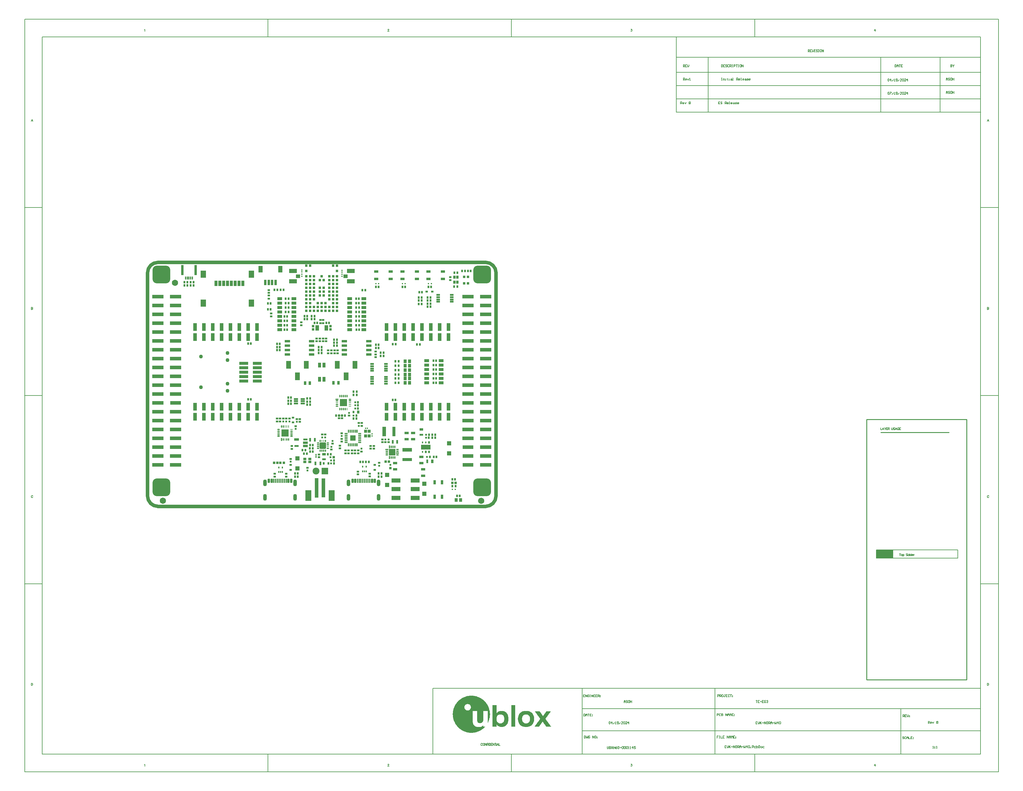
<source format=gts>
G04*
G04 #@! TF.GenerationSoftware,Altium Limited,Altium Designer,24.5.2 (23)*
G04*
G04 Layer_Color=8388736*
%FSLAX44Y44*%
%MOMM*%
G71*
G04*
G04 #@! TF.SameCoordinates,92D1E149-34EC-4A89-AFD8-A094A270A496*
G04*
G04*
G04 #@! TF.FilePolarity,Negative*
G04*
G01*
G75*
%ADD10C,0.1270*%
%ADD12C,0.2000*%
%ADD14C,0.2540*%
%ADD16C,0.1500*%
%ADD18C,0.1524*%
%ADD21R,4.8260X2.4130*%
%ADD22C,1.0000*%
G04:AMPARAMS|DCode=26|XSize=0.6mm|YSize=1.15mm|CornerRadius=0.03mm|HoleSize=0mm|Usage=FLASHONLY|Rotation=0.000|XOffset=0mm|YOffset=0mm|HoleType=Round|Shape=RoundedRectangle|*
%AMROUNDEDRECTD26*
21,1,0.6000,1.0900,0,0,0.0*
21,1,0.5400,1.1500,0,0,0.0*
1,1,0.0600,0.2700,-0.5450*
1,1,0.0600,-0.2700,-0.5450*
1,1,0.0600,-0.2700,0.5450*
1,1,0.0600,0.2700,0.5450*
%
%ADD26ROUNDEDRECTD26*%
%ADD30R,2.5000X1.2000*%
%ADD33R,1.3000X0.5500*%
%ADD38R,1.2000X1.2500*%
%ADD42R,1.3000X0.8000*%
%ADD43R,0.6000X1.0000*%
%ADD44R,0.5200X0.5500*%
%ADD45R,0.5000X0.6000*%
%ADD48R,0.8500X0.3000*%
%ADD49R,0.3000X0.8500*%
%ADD51R,0.8000X0.3000*%
%ADD52R,0.3000X0.8000*%
G04:AMPARAMS|DCode=54|XSize=0.6mm|YSize=0.24mm|CornerRadius=0.06mm|HoleSize=0mm|Usage=FLASHONLY|Rotation=90.000|XOffset=0mm|YOffset=0mm|HoleType=Round|Shape=RoundedRectangle|*
%AMROUNDEDRECTD54*
21,1,0.6000,0.1200,0,0,90.0*
21,1,0.4800,0.2400,0,0,90.0*
1,1,0.1200,0.0600,0.2400*
1,1,0.1200,0.0600,-0.2400*
1,1,0.1200,-0.0600,-0.2400*
1,1,0.1200,-0.0600,0.2400*
%
%ADD54ROUNDEDRECTD54*%
G04:AMPARAMS|DCode=55|XSize=0.6mm|YSize=0.24mm|CornerRadius=0.06mm|HoleSize=0mm|Usage=FLASHONLY|Rotation=180.000|XOffset=0mm|YOffset=0mm|HoleType=Round|Shape=RoundedRectangle|*
%AMROUNDEDRECTD55*
21,1,0.6000,0.1200,0,0,180.0*
21,1,0.4800,0.2400,0,0,180.0*
1,1,0.1200,-0.2400,0.0600*
1,1,0.1200,0.2400,0.0600*
1,1,0.1200,0.2400,-0.0600*
1,1,0.1200,-0.2400,-0.0600*
%
%ADD55ROUNDEDRECTD55*%
G04:AMPARAMS|DCode=56|XSize=0.2425mm|YSize=0.7397mm|CornerRadius=0.1212mm|HoleSize=0mm|Usage=FLASHONLY|Rotation=90.000|XOffset=0mm|YOffset=0mm|HoleType=Round|Shape=RoundedRectangle|*
%AMROUNDEDRECTD56*
21,1,0.2425,0.4972,0,0,90.0*
21,1,0.0000,0.7397,0,0,90.0*
1,1,0.2425,0.2486,0.0000*
1,1,0.2425,0.2486,0.0000*
1,1,0.2425,-0.2486,0.0000*
1,1,0.2425,-0.2486,0.0000*
%
%ADD56ROUNDEDRECTD56*%
G04:AMPARAMS|DCode=57|XSize=0.7397mm|YSize=0.2425mm|CornerRadius=0.1212mm|HoleSize=0mm|Usage=FLASHONLY|Rotation=90.000|XOffset=0mm|YOffset=0mm|HoleType=Round|Shape=RoundedRectangle|*
%AMROUNDEDRECTD57*
21,1,0.7397,0.0000,0,0,90.0*
21,1,0.4972,0.2425,0,0,90.0*
1,1,0.2425,0.0000,0.2486*
1,1,0.2425,0.0000,-0.2486*
1,1,0.2425,0.0000,-0.2486*
1,1,0.2425,0.0000,0.2486*
%
%ADD57ROUNDEDRECTD57*%
%ADD60R,0.6000X0.6000*%
%ADD63R,3.1500X1.0000*%
%ADD67R,0.6000X1.0000*%
%ADD68R,0.8000X0.6000*%
%ADD72R,0.4500X0.6300*%
%ADD74R,2.7000X0.9000*%
%ADD75R,1.0000X0.6000*%
%ADD78R,1.0000X5.5000*%
%ADD84R,0.6000X0.6000*%
%ADD85R,0.5500X0.5200*%
%ADD86R,0.9000X2.7000*%
%ADD87R,0.6000X0.8000*%
G04:AMPARAMS|DCode=91|XSize=0.7397mm|YSize=0.2425mm|CornerRadius=0.1212mm|HoleSize=0mm|Usage=FLASHONLY|Rotation=0.000|XOffset=0mm|YOffset=0mm|HoleType=Round|Shape=RoundedRectangle|*
%AMROUNDEDRECTD91*
21,1,0.7397,0.0000,0,0,0.0*
21,1,0.4972,0.2425,0,0,0.0*
1,1,0.2425,0.2486,0.0000*
1,1,0.2425,-0.2486,0.0000*
1,1,0.2425,-0.2486,0.0000*
1,1,0.2425,0.2486,0.0000*
%
%ADD91ROUNDEDRECTD91*%
G04:AMPARAMS|DCode=92|XSize=0.2425mm|YSize=0.7397mm|CornerRadius=0.1212mm|HoleSize=0mm|Usage=FLASHONLY|Rotation=0.000|XOffset=0mm|YOffset=0mm|HoleType=Round|Shape=RoundedRectangle|*
%AMROUNDEDRECTD92*
21,1,0.2425,0.4972,0,0,0.0*
21,1,0.0000,0.7397,0,0,0.0*
1,1,0.2425,0.0000,-0.2486*
1,1,0.2425,0.0000,-0.2486*
1,1,0.2425,0.0000,0.2486*
1,1,0.2425,0.0000,0.2486*
%
%ADD92ROUNDEDRECTD92*%
%ADD93R,1.1000X1.6500*%
%ADD94R,0.8500X0.9500*%
G04:AMPARAMS|DCode=95|XSize=0.4mm|YSize=1.25mm|CornerRadius=0.065mm|HoleSize=0mm|Usage=FLASHONLY|Rotation=0.000|XOffset=0mm|YOffset=0mm|HoleType=Round|Shape=RoundedRectangle|*
%AMROUNDEDRECTD95*
21,1,0.4000,1.1200,0,0,0.0*
21,1,0.2700,1.2500,0,0,0.0*
1,1,0.1300,0.1350,-0.5600*
1,1,0.1300,-0.1350,-0.5600*
1,1,0.1300,-0.1350,0.5600*
1,1,0.1300,0.1350,0.5600*
%
%ADD95ROUNDEDRECTD95*%
%ADD96R,2.3000X1.1500*%
%ADD97R,1.1500X1.1000*%
%ADD98R,2.6000X1.3000*%
%ADD99R,1.1500X0.5000*%
%ADD100R,0.4000X0.5500*%
%ADD101R,1.4000X0.6500*%
%ADD102R,1.0500X0.5500*%
%ADD103R,1.5000X0.6500*%
%ADD104R,0.6700X0.5200*%
%ADD105R,0.4600X0.4500*%
%ADD106R,1.3000X1.9000*%
%ADD107R,0.7000X1.6500*%
%ADD108R,1.1200X2.2900*%
%ADD109R,0.6200X0.6500*%
%ADD110R,0.6000X0.7000*%
%ADD111R,0.3900X0.4900*%
%ADD112R,1.6000X1.6000*%
%ADD113R,0.9500X0.4000*%
%ADD114R,0.4000X0.9500*%
%ADD115R,1.8500X1.8500*%
%ADD116R,0.9000X0.4000*%
%ADD117R,0.4000X0.9000*%
G04:AMPARAMS|DCode=118|XSize=1.78mm|YSize=1.78mm|CornerRadius=0.134mm|HoleSize=0mm|Usage=FLASHONLY|Rotation=90.000|XOffset=0mm|YOffset=0mm|HoleType=Round|Shape=RoundedRectangle|*
%AMROUNDEDRECTD118*
21,1,1.7800,1.5120,0,0,90.0*
21,1,1.5120,1.7800,0,0,90.0*
1,1,0.2680,0.7560,0.7560*
1,1,0.2680,0.7560,-0.7560*
1,1,0.2680,-0.7560,-0.7560*
1,1,0.2680,-0.7560,0.7560*
%
%ADD118ROUNDEDRECTD118*%
G04:AMPARAMS|DCode=119|XSize=0.7mm|YSize=0.34mm|CornerRadius=0.11mm|HoleSize=0mm|Usage=FLASHONLY|Rotation=90.000|XOffset=0mm|YOffset=0mm|HoleType=Round|Shape=RoundedRectangle|*
%AMROUNDEDRECTD119*
21,1,0.7000,0.1200,0,0,90.0*
21,1,0.4800,0.3400,0,0,90.0*
1,1,0.2200,0.0600,0.2400*
1,1,0.2200,0.0600,-0.2400*
1,1,0.2200,-0.0600,-0.2400*
1,1,0.2200,-0.0600,0.2400*
%
%ADD119ROUNDEDRECTD119*%
G04:AMPARAMS|DCode=120|XSize=0.7mm|YSize=0.34mm|CornerRadius=0.11mm|HoleSize=0mm|Usage=FLASHONLY|Rotation=180.000|XOffset=0mm|YOffset=0mm|HoleType=Round|Shape=RoundedRectangle|*
%AMROUNDEDRECTD120*
21,1,0.7000,0.1200,0,0,180.0*
21,1,0.4800,0.3400,0,0,180.0*
1,1,0.2200,-0.2400,0.0600*
1,1,0.2200,0.2400,0.0600*
1,1,0.2200,0.2400,-0.0600*
1,1,0.2200,-0.2400,-0.0600*
%
%ADD120ROUNDEDRECTD120*%
%ADD121R,2.1500X2.1500*%
G04:AMPARAMS|DCode=122|XSize=0.3425mm|YSize=0.8397mm|CornerRadius=0.1712mm|HoleSize=0mm|Usage=FLASHONLY|Rotation=90.000|XOffset=0mm|YOffset=0mm|HoleType=Round|Shape=RoundedRectangle|*
%AMROUNDEDRECTD122*
21,1,0.3425,0.4972,0,0,90.0*
21,1,0.0000,0.8397,0,0,90.0*
1,1,0.3425,0.2486,0.0000*
1,1,0.3425,0.2486,0.0000*
1,1,0.3425,-0.2486,0.0000*
1,1,0.3425,-0.2486,0.0000*
%
%ADD122ROUNDEDRECTD122*%
G04:AMPARAMS|DCode=123|XSize=0.8397mm|YSize=0.3425mm|CornerRadius=0.1712mm|HoleSize=0mm|Usage=FLASHONLY|Rotation=90.000|XOffset=0mm|YOffset=0mm|HoleType=Round|Shape=RoundedRectangle|*
%AMROUNDEDRECTD123*
21,1,0.8397,0.0000,0,0,90.0*
21,1,0.4972,0.3425,0,0,90.0*
1,1,0.3425,0.0000,0.2486*
1,1,0.3425,0.0000,-0.2486*
1,1,0.3425,0.0000,-0.2486*
1,1,0.3425,0.0000,0.2486*
%
%ADD123ROUNDEDRECTD123*%
%ADD124R,0.3425X0.8397*%
%ADD125R,1.1500X0.7500*%
%ADD126R,0.7000X0.7000*%
%ADD127R,1.5500X2.1000*%
%ADD128R,0.9000X1.6000*%
%ADD129R,3.2500X1.1000*%
%ADD130R,0.9500X0.7500*%
%ADD131R,0.7500X0.9500*%
%ADD132R,0.8500X1.0000*%
%ADD133R,0.4000X0.4000*%
%ADD134R,1.3700X2.3000*%
%ADD135R,2.5000X0.8600*%
%ADD136R,0.5500X0.7300*%
%ADD137R,2.7000X1.3200*%
%ADD138R,2.8000X1.0000*%
%ADD139R,1.1000X0.7000*%
%ADD140R,0.4000X0.4000*%
%ADD141R,1.7000X3.1000*%
%ADD142R,1.1000X5.6000*%
%ADD143R,0.7000X2.9000*%
%ADD144R,0.4000X0.9000*%
%ADD145R,0.8000X0.8000*%
%ADD146R,1.3700X0.8600*%
%ADD147R,0.8600X1.3700*%
%ADD148R,0.7000X0.7000*%
%ADD149R,0.7000X1.1000*%
%ADD150R,0.6500X0.6200*%
%ADD151R,1.0000X2.8000*%
%ADD152R,0.7000X0.9000*%
%ADD153R,0.7000X0.6000*%
%ADD154R,0.7500X1.1500*%
%ADD155R,0.8397X0.3425*%
G04:AMPARAMS|DCode=156|XSize=0.8397mm|YSize=0.3425mm|CornerRadius=0.1712mm|HoleSize=0mm|Usage=FLASHONLY|Rotation=0.000|XOffset=0mm|YOffset=0mm|HoleType=Round|Shape=RoundedRectangle|*
%AMROUNDEDRECTD156*
21,1,0.8397,0.0000,0,0,0.0*
21,1,0.4972,0.3425,0,0,0.0*
1,1,0.3425,0.2486,0.0000*
1,1,0.3425,-0.2486,0.0000*
1,1,0.3425,-0.2486,0.0000*
1,1,0.3425,0.2486,0.0000*
%
%ADD156ROUNDEDRECTD156*%
G04:AMPARAMS|DCode=157|XSize=0.3425mm|YSize=0.8397mm|CornerRadius=0.1712mm|HoleSize=0mm|Usage=FLASHONLY|Rotation=0.000|XOffset=0mm|YOffset=0mm|HoleType=Round|Shape=RoundedRectangle|*
%AMROUNDEDRECTD157*
21,1,0.3425,0.4972,0,0,0.0*
21,1,0.0000,0.8397,0,0,0.0*
1,1,0.3425,0.0000,-0.2486*
1,1,0.3425,0.0000,-0.2486*
1,1,0.3425,0.0000,0.2486*
1,1,0.3425,0.0000,0.2486*
%
%ADD157ROUNDEDRECTD157*%
%ADD158R,2.1500X2.1500*%
%ADD159O,1.1000X1.9000*%
%ADD160C,0.1000*%
%ADD161C,1.1000*%
%ADD162C,1.9796*%
%ADD163R,1.8796X1.8796*%
G04:AMPARAMS|DCode=164|XSize=5.1mm|YSize=5.1mm|CornerRadius=1.3mm|HoleSize=0mm|Usage=FLASHONLY|Rotation=0.000|XOffset=0mm|YOffset=0mm|HoleType=Round|Shape=RoundedRectangle|*
%AMROUNDEDRECTD164*
21,1,5.1000,2.5000,0,0,0.0*
21,1,2.5000,5.1000,0,0,0.0*
1,1,2.6000,1.2500,-1.2500*
1,1,2.6000,-1.2500,-1.2500*
1,1,2.6000,-1.2500,1.2500*
1,1,2.6000,1.2500,1.2500*
%
%ADD164ROUNDEDRECTD164*%
G36*
X81111Y649166D02*
X82590Y648553D01*
X83921Y647663D01*
X85053Y646531D01*
X85943Y645200D01*
X86556Y643721D01*
X86868Y642150D01*
Y641350D01*
Y640549D01*
X86556Y638979D01*
X85943Y637500D01*
X85053Y636169D01*
X83921Y635037D01*
X82590Y634147D01*
X81111Y633534D01*
X79541Y633222D01*
X77939D01*
X76369Y633534D01*
X74890Y634147D01*
X73559Y635037D01*
X72427Y636169D01*
X71537Y637500D01*
X70924Y638979D01*
X70612Y640549D01*
Y641350D01*
Y642150D01*
X70924Y643721D01*
X71537Y645200D01*
X72427Y646531D01*
X73559Y647663D01*
X74890Y648553D01*
X76369Y649166D01*
X77939Y649478D01*
X79541D01*
X81111Y649166D01*
D02*
G37*
G36*
X46313Y24072D02*
X47792Y23459D01*
X49123Y22569D01*
X50255Y21437D01*
X51145Y20106D01*
X51758Y18627D01*
X52070Y17056D01*
Y16256D01*
Y15455D01*
X51758Y13885D01*
X51145Y12406D01*
X50255Y11075D01*
X49123Y9943D01*
X47792Y9053D01*
X46313Y8440D01*
X44742Y8128D01*
X43141D01*
X41571Y8440D01*
X40092Y9053D01*
X38761Y9943D01*
X37629Y11075D01*
X36739Y12406D01*
X36126Y13885D01*
X35814Y15455D01*
Y16256D01*
Y17056D01*
X36126Y18627D01*
X36739Y20106D01*
X37629Y21437D01*
X38761Y22569D01*
X40092Y23459D01*
X41571Y24072D01*
X43141Y24384D01*
X44742D01*
X46313Y24072D01*
D02*
G37*
G36*
X959697Y23818D02*
X961176Y23205D01*
X962507Y22315D01*
X963639Y21183D01*
X964529Y19852D01*
X965142Y18373D01*
X965454Y16803D01*
Y16002D01*
Y15201D01*
X965142Y13631D01*
X964529Y12152D01*
X963639Y10821D01*
X962507Y9689D01*
X961176Y8799D01*
X959697Y8186D01*
X958127Y7874D01*
X956525D01*
X954955Y8186D01*
X953476Y8799D01*
X952145Y9689D01*
X951013Y10821D01*
X950123Y12152D01*
X949510Y13631D01*
X949198Y15201D01*
Y16002D01*
Y16803D01*
X949510Y18373D01*
X950123Y19852D01*
X951013Y21183D01*
X952145Y22315D01*
X953476Y23205D01*
X954955Y23818D01*
X956525Y24130D01*
X958127D01*
X959697Y23818D01*
D02*
G37*
G36*
X1157245Y-588172D02*
X1156792D01*
Y-588626D01*
Y-589080D01*
X1156338D01*
Y-589533D01*
X1155885D01*
Y-589987D01*
X1155431D01*
Y-590440D01*
Y-590894D01*
X1154978D01*
Y-591347D01*
X1154524D01*
Y-591801D01*
Y-592254D01*
X1154071D01*
Y-592708D01*
X1153617D01*
Y-593162D01*
X1153164D01*
Y-593615D01*
Y-594069D01*
X1152710D01*
Y-594522D01*
X1152256D01*
Y-594976D01*
X1151803D01*
Y-595429D01*
Y-595883D01*
X1151349D01*
Y-596337D01*
X1150896D01*
Y-596790D01*
X1150442D01*
Y-597244D01*
Y-597697D01*
X1149989D01*
Y-598151D01*
X1149535D01*
Y-598604D01*
Y-599058D01*
X1149081D01*
Y-599511D01*
X1148628D01*
Y-599965D01*
X1148174D01*
Y-600419D01*
Y-600872D01*
X1147721D01*
Y-601326D01*
X1147267D01*
Y-601779D01*
X1146814D01*
Y-602233D01*
Y-602686D01*
X1146360D01*
Y-603140D01*
X1145907D01*
Y-603593D01*
Y-604047D01*
X1145453D01*
Y-604501D01*
X1144999D01*
Y-604954D01*
X1144546D01*
Y-605408D01*
Y-605861D01*
X1144092D01*
Y-606315D01*
X1143639D01*
Y-606768D01*
X1143185D01*
Y-607222D01*
Y-607675D01*
X1142732D01*
Y-608129D01*
X1142278D01*
Y-608583D01*
X1141825D01*
Y-609036D01*
Y-609490D01*
Y-609943D01*
X1142278D01*
Y-610397D01*
Y-610850D01*
X1142732D01*
Y-611304D01*
X1143185D01*
Y-611758D01*
X1143639D01*
Y-612211D01*
Y-612665D01*
X1144092D01*
Y-613118D01*
X1144546D01*
Y-613572D01*
X1144999D01*
Y-614025D01*
Y-614479D01*
X1145453D01*
Y-614932D01*
X1145907D01*
Y-615386D01*
Y-615839D01*
X1146360D01*
Y-616293D01*
X1146814D01*
Y-616747D01*
X1147267D01*
Y-617200D01*
Y-617654D01*
X1147721D01*
Y-618107D01*
X1148174D01*
Y-618561D01*
X1148628D01*
Y-619014D01*
Y-619468D01*
X1149081D01*
Y-619921D01*
X1149535D01*
Y-620375D01*
X1149989D01*
Y-620829D01*
Y-621282D01*
X1150442D01*
Y-621736D01*
X1150896D01*
Y-622189D01*
X1151349D01*
Y-622643D01*
Y-623096D01*
X1151803D01*
Y-623550D01*
X1152256D01*
Y-624003D01*
X1152710D01*
Y-624457D01*
Y-624911D01*
X1153164D01*
Y-625364D01*
X1153617D01*
Y-625818D01*
X1154071D01*
Y-626271D01*
Y-626725D01*
X1154524D01*
Y-627178D01*
X1154978D01*
Y-627632D01*
Y-628086D01*
X1155431D01*
Y-628539D01*
X1155885D01*
Y-628993D01*
X1156338D01*
Y-629446D01*
Y-629900D01*
X1156792D01*
Y-630353D01*
X1157245D01*
Y-630807D01*
X1157699D01*
Y-631260D01*
X1158153D01*
Y-631714D01*
X1143639D01*
Y-631260D01*
Y-630807D01*
X1143185D01*
Y-630353D01*
X1142732D01*
Y-629900D01*
X1142278D01*
Y-629446D01*
Y-628993D01*
X1141825D01*
Y-628539D01*
X1141371D01*
Y-628086D01*
X1140918D01*
Y-627632D01*
Y-627178D01*
X1140464D01*
Y-626725D01*
X1140010D01*
Y-626271D01*
Y-625818D01*
X1139557D01*
Y-625364D01*
X1139103D01*
Y-624911D01*
X1138650D01*
Y-624457D01*
Y-624003D01*
X1138196D01*
Y-623550D01*
X1137743D01*
Y-623096D01*
X1137289D01*
Y-622643D01*
Y-622189D01*
X1136835D01*
Y-621736D01*
X1136382D01*
Y-621282D01*
Y-620829D01*
X1135928D01*
Y-620375D01*
X1135475D01*
Y-619921D01*
X1135021D01*
Y-619468D01*
Y-619014D01*
X1134568D01*
Y-618561D01*
X1134114D01*
Y-618107D01*
X1133661D01*
Y-617654D01*
X1133207D01*
Y-618107D01*
Y-618561D01*
X1132754D01*
Y-619014D01*
X1132300D01*
Y-619468D01*
X1131846D01*
Y-619921D01*
Y-620375D01*
X1131393D01*
Y-620829D01*
X1130939D01*
Y-621282D01*
Y-621736D01*
X1130486D01*
Y-622189D01*
X1130032D01*
Y-622643D01*
X1129579D01*
Y-623096D01*
Y-623550D01*
X1129125D01*
Y-624003D01*
X1128671D01*
Y-624457D01*
Y-624911D01*
X1128218D01*
Y-625364D01*
X1127764D01*
Y-625818D01*
X1127311D01*
Y-626271D01*
Y-626725D01*
X1126857D01*
Y-627178D01*
X1126404D01*
Y-627632D01*
Y-628086D01*
X1125950D01*
Y-628539D01*
X1125497D01*
Y-628993D01*
X1125043D01*
Y-629446D01*
Y-629900D01*
X1124589D01*
Y-630353D01*
X1124136D01*
Y-630807D01*
Y-631260D01*
X1123682D01*
Y-631714D01*
X1110529D01*
Y-631260D01*
X1110983D01*
Y-630807D01*
X1111436D01*
Y-630353D01*
Y-629900D01*
X1111890D01*
Y-629446D01*
X1112344D01*
Y-628993D01*
X1112797D01*
Y-628539D01*
Y-628086D01*
X1113251D01*
Y-627632D01*
X1113704D01*
Y-627178D01*
Y-626725D01*
X1114158D01*
Y-626271D01*
X1114611D01*
Y-625818D01*
X1115065D01*
Y-625364D01*
X1115518D01*
Y-624911D01*
Y-624457D01*
X1115972D01*
Y-624003D01*
X1116425D01*
Y-623550D01*
Y-623096D01*
X1116879D01*
Y-622643D01*
X1117333D01*
Y-622189D01*
X1117786D01*
Y-621736D01*
Y-621282D01*
X1118240D01*
Y-620829D01*
X1118693D01*
Y-620375D01*
X1119147D01*
Y-619921D01*
Y-619468D01*
X1119600D01*
Y-619014D01*
X1120054D01*
Y-618561D01*
X1120508D01*
Y-618107D01*
Y-617654D01*
X1120961D01*
Y-617200D01*
X1121415D01*
Y-616747D01*
X1121868D01*
Y-616293D01*
Y-615839D01*
X1122322D01*
Y-615386D01*
X1122775D01*
Y-614932D01*
X1123229D01*
Y-614479D01*
Y-614025D01*
X1123682D01*
Y-613572D01*
X1124136D01*
Y-613118D01*
X1124589D01*
Y-612665D01*
Y-612211D01*
X1125043D01*
Y-611758D01*
X1125497D01*
Y-611304D01*
Y-610850D01*
X1125950D01*
Y-610397D01*
X1126404D01*
Y-609943D01*
X1126857D01*
Y-609490D01*
Y-609036D01*
X1126404D01*
Y-608583D01*
X1125950D01*
Y-608129D01*
X1125497D01*
Y-607675D01*
Y-607222D01*
X1125043D01*
Y-606768D01*
X1124589D01*
Y-606315D01*
X1124136D01*
Y-605861D01*
Y-605408D01*
X1123682D01*
Y-604954D01*
X1123229D01*
Y-604501D01*
Y-604047D01*
X1122775D01*
Y-603593D01*
X1122322D01*
Y-603140D01*
X1121868D01*
Y-602686D01*
Y-602233D01*
X1121415D01*
Y-601779D01*
X1120961D01*
Y-601326D01*
X1120508D01*
Y-600872D01*
Y-600419D01*
X1120054D01*
Y-599965D01*
X1119600D01*
Y-599511D01*
Y-599058D01*
X1119147D01*
Y-598604D01*
X1118693D01*
Y-598151D01*
X1118240D01*
Y-597697D01*
Y-597244D01*
X1117786D01*
Y-596790D01*
X1117333D01*
Y-596337D01*
X1116879D01*
Y-595883D01*
Y-595429D01*
X1116425D01*
Y-594976D01*
X1115972D01*
Y-594522D01*
Y-594069D01*
X1115518D01*
Y-593615D01*
X1115065D01*
Y-593162D01*
X1114611D01*
Y-592708D01*
Y-592254D01*
X1114158D01*
Y-591801D01*
X1113704D01*
Y-591347D01*
X1113251D01*
Y-590894D01*
Y-590440D01*
X1112797D01*
Y-589987D01*
X1112344D01*
Y-589533D01*
Y-589080D01*
X1111890D01*
Y-588626D01*
X1111436D01*
Y-588172D01*
X1110983D01*
Y-587719D01*
X1125043D01*
Y-588172D01*
X1125497D01*
Y-588626D01*
X1125950D01*
Y-589080D01*
Y-589533D01*
X1126404D01*
Y-589987D01*
X1126857D01*
Y-590440D01*
X1127311D01*
Y-590894D01*
Y-591347D01*
X1127764D01*
Y-591801D01*
X1128218D01*
Y-592254D01*
Y-592708D01*
X1128671D01*
Y-593162D01*
X1129125D01*
Y-593615D01*
Y-594069D01*
X1129579D01*
Y-594522D01*
X1130032D01*
Y-594976D01*
X1130486D01*
Y-595429D01*
Y-595883D01*
X1130939D01*
Y-596337D01*
X1131393D01*
Y-596790D01*
Y-597244D01*
X1131846D01*
Y-597697D01*
X1132300D01*
Y-598151D01*
X1132754D01*
Y-598604D01*
Y-599058D01*
X1133207D01*
Y-599511D01*
X1133661D01*
Y-599965D01*
Y-600419D01*
X1134114D01*
Y-600872D01*
X1134568D01*
Y-601326D01*
X1135021D01*
Y-600872D01*
X1135475D01*
Y-600419D01*
Y-599965D01*
X1135928D01*
Y-599511D01*
X1136382D01*
Y-599058D01*
X1136835D01*
Y-598604D01*
Y-598151D01*
X1137289D01*
Y-597697D01*
X1137743D01*
Y-597244D01*
Y-596790D01*
X1138196D01*
Y-596337D01*
X1138650D01*
Y-595883D01*
X1139103D01*
Y-595429D01*
Y-594976D01*
X1139557D01*
Y-594522D01*
X1140010D01*
Y-594069D01*
Y-593615D01*
X1140464D01*
Y-593162D01*
X1140918D01*
Y-592708D01*
X1141371D01*
Y-592254D01*
Y-591801D01*
X1141825D01*
Y-591347D01*
X1142278D01*
Y-590894D01*
Y-590440D01*
X1142732D01*
Y-589987D01*
X1143185D01*
Y-589533D01*
X1143639D01*
Y-589080D01*
Y-588626D01*
X1144092D01*
Y-588172D01*
X1144546D01*
Y-587719D01*
X1157245D01*
Y-588172D01*
D02*
G37*
G36*
X931375Y-543270D02*
X935910D01*
Y-543724D01*
X938632D01*
Y-544178D01*
X940899D01*
Y-544631D01*
X942713D01*
Y-545085D01*
X944528D01*
Y-545538D01*
X945888D01*
Y-545992D01*
X947249D01*
Y-546445D01*
X948610D01*
Y-546899D01*
X949517D01*
Y-547352D01*
X950878D01*
Y-547806D01*
X951785D01*
Y-548260D01*
X952692D01*
Y-548713D01*
X953599D01*
Y-549167D01*
X954506D01*
Y-549620D01*
X955413D01*
Y-550074D01*
X955867D01*
Y-550527D01*
X956774D01*
Y-550981D01*
X957681D01*
Y-551435D01*
X958135D01*
Y-551888D01*
X959042D01*
Y-552342D01*
X959495D01*
Y-552795D01*
X960402D01*
Y-553249D01*
X960856D01*
Y-553702D01*
X961309D01*
Y-554156D01*
X962216D01*
Y-554609D01*
X962670D01*
Y-555063D01*
X963123D01*
Y-555517D01*
X963577D01*
Y-555970D01*
X964484D01*
Y-556424D01*
X964938D01*
Y-556877D01*
X965391D01*
Y-557331D01*
X965845D01*
Y-557784D01*
X966298D01*
Y-558238D01*
X966752D01*
Y-558691D01*
X967206D01*
Y-559145D01*
X967659D01*
Y-559599D01*
X968113D01*
Y-560052D01*
X968566D01*
Y-560506D01*
X969020D01*
Y-560959D01*
X969473D01*
Y-561413D01*
Y-561866D01*
X969927D01*
Y-562320D01*
X970380D01*
Y-562773D01*
X970834D01*
Y-563227D01*
X971288D01*
Y-563680D01*
Y-564134D01*
X971741D01*
Y-564588D01*
X972195D01*
Y-565041D01*
X972648D01*
Y-565495D01*
Y-565948D01*
X973102D01*
Y-566402D01*
X973555D01*
Y-566855D01*
Y-567309D01*
X974009D01*
Y-567762D01*
X974463D01*
Y-568216D01*
Y-568670D01*
X974916D01*
Y-569123D01*
X975370D01*
Y-569577D01*
Y-570030D01*
X975823D01*
Y-570484D01*
Y-570937D01*
X976277D01*
Y-571391D01*
Y-571844D01*
X976730D01*
Y-572298D01*
Y-572752D01*
X977184D01*
Y-573205D01*
Y-573659D01*
X977637D01*
Y-574112D01*
Y-574566D01*
X978091D01*
Y-575019D01*
Y-575473D01*
X978544D01*
Y-575927D01*
Y-576380D01*
Y-576834D01*
X978998D01*
Y-577287D01*
Y-577741D01*
X979452D01*
Y-578194D01*
Y-578648D01*
Y-579101D01*
X979905D01*
Y-579555D01*
Y-580009D01*
Y-580462D01*
X980359D01*
Y-580916D01*
Y-581369D01*
Y-581823D01*
Y-582276D01*
X980812D01*
Y-582730D01*
Y-583183D01*
Y-583637D01*
Y-584090D01*
X981266D01*
Y-584544D01*
Y-584998D01*
Y-585451D01*
Y-585905D01*
X981719D01*
Y-586358D01*
Y-586812D01*
Y-587265D01*
Y-587719D01*
Y-588172D01*
Y-588626D01*
Y-589080D01*
X982173D01*
Y-589533D01*
Y-589987D01*
Y-590440D01*
Y-590894D01*
Y-591347D01*
Y-591801D01*
Y-592254D01*
Y-592708D01*
Y-593162D01*
Y-593615D01*
Y-594069D01*
X982626D01*
Y-594522D01*
Y-594976D01*
Y-595429D01*
Y-595883D01*
Y-596337D01*
Y-596790D01*
Y-597244D01*
Y-597697D01*
Y-598151D01*
Y-598604D01*
X982173D01*
Y-599058D01*
Y-599511D01*
Y-599965D01*
Y-600419D01*
Y-600872D01*
Y-601326D01*
Y-601779D01*
Y-602233D01*
Y-602686D01*
Y-603140D01*
Y-603593D01*
X981719D01*
Y-604047D01*
Y-604501D01*
Y-604954D01*
Y-605408D01*
Y-605861D01*
Y-606315D01*
X981266D01*
Y-606768D01*
Y-607222D01*
Y-607675D01*
Y-608129D01*
Y-608583D01*
X980812D01*
Y-609036D01*
Y-609490D01*
Y-609943D01*
Y-610397D01*
X980359D01*
Y-610850D01*
Y-611304D01*
Y-611758D01*
Y-612211D01*
X979905D01*
Y-612665D01*
Y-613118D01*
Y-613572D01*
X979452D01*
Y-614025D01*
Y-614479D01*
X978998D01*
Y-614932D01*
Y-615386D01*
Y-615839D01*
X978544D01*
Y-616293D01*
Y-616747D01*
X978091D01*
Y-617200D01*
Y-617654D01*
Y-618107D01*
X977637D01*
Y-618561D01*
Y-619014D01*
X977184D01*
Y-619468D01*
Y-619921D01*
X976730D01*
Y-620375D01*
Y-620829D01*
X976277D01*
Y-621282D01*
Y-621736D01*
X975823D01*
Y-621282D01*
Y-620829D01*
Y-620375D01*
Y-619921D01*
Y-619468D01*
Y-619014D01*
Y-618561D01*
Y-618107D01*
Y-617654D01*
Y-617200D01*
Y-616747D01*
Y-616293D01*
Y-615839D01*
Y-615386D01*
Y-614932D01*
Y-614479D01*
Y-614025D01*
Y-613572D01*
Y-613118D01*
Y-612665D01*
Y-612211D01*
Y-611758D01*
Y-611304D01*
Y-610850D01*
Y-610397D01*
Y-609943D01*
Y-609490D01*
Y-609036D01*
Y-608583D01*
Y-608129D01*
Y-607675D01*
Y-607222D01*
Y-606768D01*
Y-606315D01*
Y-605861D01*
Y-605408D01*
Y-604954D01*
Y-604501D01*
Y-604047D01*
Y-603593D01*
Y-603140D01*
Y-602686D01*
Y-602233D01*
Y-601779D01*
Y-601326D01*
Y-600872D01*
Y-600419D01*
Y-599965D01*
Y-599511D01*
Y-599058D01*
Y-598604D01*
Y-598151D01*
Y-597697D01*
Y-597244D01*
Y-596790D01*
Y-596337D01*
Y-595883D01*
Y-595429D01*
Y-594976D01*
Y-594522D01*
Y-594069D01*
Y-593615D01*
Y-593162D01*
Y-592708D01*
Y-592254D01*
Y-591801D01*
Y-591347D01*
Y-590894D01*
Y-590440D01*
Y-589987D01*
Y-589533D01*
Y-589080D01*
Y-588626D01*
Y-588172D01*
Y-587719D01*
Y-587265D01*
X963123D01*
Y-587719D01*
Y-588172D01*
Y-588626D01*
Y-589080D01*
Y-589533D01*
Y-589987D01*
Y-590440D01*
Y-590894D01*
Y-591347D01*
Y-591801D01*
Y-592254D01*
Y-592708D01*
Y-593162D01*
Y-593615D01*
Y-594069D01*
Y-594522D01*
Y-594976D01*
Y-595429D01*
Y-595883D01*
Y-596337D01*
Y-596790D01*
Y-597244D01*
Y-597697D01*
Y-598151D01*
Y-598604D01*
Y-599058D01*
Y-599511D01*
Y-599965D01*
Y-600419D01*
Y-600872D01*
Y-601326D01*
Y-601779D01*
Y-602233D01*
Y-602686D01*
Y-603140D01*
Y-603593D01*
Y-604047D01*
Y-604501D01*
Y-604954D01*
Y-605408D01*
Y-605861D01*
Y-606315D01*
Y-606768D01*
Y-607222D01*
Y-607675D01*
Y-608129D01*
Y-608583D01*
Y-609036D01*
Y-609490D01*
Y-609943D01*
Y-610397D01*
Y-610850D01*
Y-611304D01*
Y-611758D01*
Y-612211D01*
Y-612665D01*
Y-613118D01*
Y-613572D01*
Y-614025D01*
Y-614479D01*
Y-614932D01*
X962670D01*
Y-615386D01*
Y-615839D01*
Y-616293D01*
Y-616747D01*
X962216D01*
Y-617200D01*
Y-617654D01*
X961763D01*
Y-618107D01*
Y-618561D01*
X961309D01*
Y-619014D01*
X960856D01*
Y-619468D01*
X960402D01*
Y-619921D01*
X959949D01*
Y-620375D01*
X959495D01*
Y-620829D01*
X958588D01*
Y-621282D01*
X957227D01*
Y-621736D01*
X950878D01*
Y-621282D01*
X949517D01*
Y-620829D01*
X948610D01*
Y-620375D01*
X948156D01*
Y-619921D01*
X947703D01*
Y-619468D01*
X947249D01*
Y-619014D01*
Y-618561D01*
X946796D01*
Y-618107D01*
Y-617654D01*
X946342D01*
Y-617200D01*
Y-616747D01*
Y-616293D01*
Y-615839D01*
X945888D01*
Y-615386D01*
Y-614932D01*
Y-614479D01*
Y-614025D01*
Y-613572D01*
Y-613118D01*
Y-612665D01*
Y-612211D01*
Y-611758D01*
Y-611304D01*
Y-610850D01*
Y-610397D01*
Y-609943D01*
Y-609490D01*
Y-609036D01*
Y-608583D01*
Y-608129D01*
Y-607675D01*
Y-607222D01*
Y-606768D01*
Y-606315D01*
Y-605861D01*
Y-605408D01*
Y-604954D01*
Y-604501D01*
Y-604047D01*
Y-603593D01*
Y-603140D01*
Y-602686D01*
Y-602233D01*
Y-601779D01*
Y-601326D01*
Y-600872D01*
Y-600419D01*
Y-599965D01*
Y-599511D01*
Y-599058D01*
Y-598604D01*
Y-598151D01*
Y-597697D01*
Y-597244D01*
Y-596790D01*
Y-596337D01*
Y-595883D01*
Y-595429D01*
Y-594976D01*
Y-594522D01*
Y-594069D01*
Y-593615D01*
Y-593162D01*
Y-592708D01*
Y-592254D01*
Y-591801D01*
Y-591347D01*
Y-590894D01*
Y-590440D01*
Y-589987D01*
Y-589533D01*
Y-589080D01*
Y-588626D01*
Y-588172D01*
Y-587719D01*
Y-587265D01*
X933189D01*
Y-587719D01*
Y-588172D01*
Y-588626D01*
Y-589080D01*
Y-589533D01*
Y-589987D01*
Y-590440D01*
Y-590894D01*
Y-591347D01*
Y-591801D01*
Y-592254D01*
Y-592708D01*
Y-593162D01*
Y-593615D01*
Y-594069D01*
Y-594522D01*
Y-594976D01*
Y-595429D01*
Y-595883D01*
Y-596337D01*
Y-596790D01*
Y-597244D01*
Y-597697D01*
Y-598151D01*
Y-598604D01*
Y-599058D01*
Y-599511D01*
Y-599965D01*
Y-600419D01*
Y-600872D01*
Y-601326D01*
Y-601779D01*
Y-602233D01*
Y-602686D01*
Y-603140D01*
Y-603593D01*
Y-604047D01*
Y-604501D01*
Y-604954D01*
Y-605408D01*
Y-605861D01*
Y-606315D01*
Y-606768D01*
Y-607222D01*
Y-607675D01*
Y-608129D01*
Y-608583D01*
Y-609036D01*
Y-609490D01*
Y-609943D01*
Y-610397D01*
Y-610850D01*
Y-611304D01*
Y-611758D01*
Y-612211D01*
Y-612665D01*
Y-613118D01*
Y-613572D01*
Y-614025D01*
Y-614479D01*
Y-614932D01*
Y-615386D01*
Y-615839D01*
Y-616293D01*
Y-616747D01*
Y-617200D01*
Y-617654D01*
Y-618107D01*
Y-618561D01*
Y-619014D01*
Y-619468D01*
Y-619921D01*
Y-620375D01*
X933642D01*
Y-620829D01*
Y-621282D01*
Y-621736D01*
Y-622189D01*
X934096D01*
Y-622643D01*
Y-623096D01*
Y-623550D01*
X934549D01*
Y-624003D01*
Y-624457D01*
Y-624911D01*
X935003D01*
Y-625364D01*
Y-625818D01*
X935457D01*
Y-626271D01*
X935910D01*
Y-626725D01*
Y-627178D01*
X936364D01*
Y-627632D01*
X936817D01*
Y-628086D01*
X937271D01*
Y-628539D01*
X937724D01*
Y-628993D01*
X938178D01*
Y-629446D01*
X938632D01*
Y-629900D01*
X939539D01*
Y-630353D01*
X939992D01*
Y-630807D01*
X940899D01*
Y-631260D01*
X941806D01*
Y-631714D01*
X942713D01*
Y-632168D01*
X944074D01*
Y-632621D01*
X945888D01*
Y-633075D01*
X954960D01*
Y-632621D01*
X956774D01*
Y-632168D01*
X957681D01*
Y-631714D01*
X959042D01*
Y-631260D01*
X959495D01*
Y-630807D01*
X960402D01*
Y-630353D01*
X960856D01*
Y-629900D01*
X961309D01*
Y-629446D01*
X962216D01*
Y-628993D01*
X962670D01*
Y-628539D01*
X963123D01*
Y-628086D01*
Y-627632D01*
X963577D01*
Y-628086D01*
Y-628539D01*
Y-628993D01*
Y-629446D01*
Y-629900D01*
Y-630353D01*
Y-630807D01*
Y-631260D01*
Y-631714D01*
Y-632168D01*
X968566D01*
Y-632621D01*
X968113D01*
Y-633075D01*
X967659D01*
Y-633528D01*
X967206D01*
Y-633982D01*
X966752D01*
Y-634435D01*
X966298D01*
Y-634889D01*
X965845D01*
Y-635342D01*
X965391D01*
Y-635796D01*
X964938D01*
Y-636250D01*
X964031D01*
Y-636703D01*
X963577D01*
Y-637157D01*
X963123D01*
Y-637610D01*
X962670D01*
Y-638064D01*
X961763D01*
Y-638517D01*
X961309D01*
Y-638971D01*
X960856D01*
Y-639424D01*
X959949D01*
Y-639878D01*
X959495D01*
Y-640331D01*
X958588D01*
Y-640785D01*
X958135D01*
Y-641239D01*
X957227D01*
Y-641692D01*
X956774D01*
Y-642146D01*
X955867D01*
Y-642599D01*
X954960D01*
Y-643053D01*
X954052D01*
Y-643506D01*
X953599D01*
Y-643960D01*
X952692D01*
Y-644414D01*
X951331D01*
Y-644867D01*
X950424D01*
Y-645321D01*
X949517D01*
Y-645774D01*
X948156D01*
Y-646228D01*
X947249D01*
Y-646681D01*
X945888D01*
Y-647135D01*
X944074D01*
Y-647588D01*
X942713D01*
Y-648042D01*
X940899D01*
Y-648495D01*
X938178D01*
Y-648949D01*
X935003D01*
Y-649403D01*
X923211D01*
Y-648949D01*
X920036D01*
Y-648495D01*
X917768D01*
Y-648042D01*
X915954D01*
Y-647588D01*
X914139D01*
Y-647135D01*
X912779D01*
Y-646681D01*
X911418D01*
Y-646228D01*
X910058D01*
Y-645774D01*
X909150D01*
Y-645321D01*
X907790D01*
Y-644867D01*
X906883D01*
Y-644414D01*
X905975D01*
Y-643960D01*
X905068D01*
Y-643506D01*
X904161D01*
Y-643053D01*
X903254D01*
Y-642599D01*
X902347D01*
Y-642146D01*
X901893D01*
Y-641692D01*
X900986D01*
Y-641239D01*
X900079D01*
Y-640785D01*
X899626D01*
Y-640331D01*
X898719D01*
Y-639878D01*
X898265D01*
Y-639424D01*
X897812D01*
Y-638971D01*
X896904D01*
Y-638517D01*
X896451D01*
Y-638064D01*
X895997D01*
Y-637610D01*
X895090D01*
Y-637157D01*
X894637D01*
Y-636703D01*
X894183D01*
Y-636250D01*
X893729D01*
Y-635796D01*
X893276D01*
Y-635342D01*
X892822D01*
Y-634889D01*
X892369D01*
Y-634435D01*
X891915D01*
Y-633982D01*
X891462D01*
Y-633528D01*
X891008D01*
Y-633075D01*
X890555D01*
Y-632621D01*
X890101D01*
Y-632168D01*
X889648D01*
Y-631714D01*
X889194D01*
Y-631260D01*
X888740D01*
Y-630807D01*
X888287D01*
Y-630353D01*
X887833D01*
Y-629900D01*
Y-629446D01*
X887380D01*
Y-628993D01*
X886926D01*
Y-628539D01*
X886473D01*
Y-628086D01*
X886019D01*
Y-627632D01*
Y-627178D01*
X885565D01*
Y-626725D01*
X885112D01*
Y-626271D01*
Y-625818D01*
X884658D01*
Y-625364D01*
X884205D01*
Y-624911D01*
Y-624457D01*
X883751D01*
Y-624003D01*
X883298D01*
Y-623550D01*
Y-623096D01*
X882844D01*
Y-622643D01*
Y-622189D01*
X882391D01*
Y-621736D01*
Y-621282D01*
X881937D01*
Y-620829D01*
Y-620375D01*
X881484D01*
Y-619921D01*
Y-619468D01*
X881030D01*
Y-619014D01*
Y-618561D01*
X880576D01*
Y-618107D01*
Y-617654D01*
X880123D01*
Y-617200D01*
Y-616747D01*
X879669D01*
Y-616293D01*
Y-615839D01*
Y-615386D01*
X879216D01*
Y-614932D01*
Y-614479D01*
Y-614025D01*
X878762D01*
Y-613572D01*
Y-613118D01*
X878309D01*
Y-612665D01*
Y-612211D01*
Y-611758D01*
Y-611304D01*
X877855D01*
Y-610850D01*
Y-610397D01*
Y-609943D01*
X877402D01*
Y-609490D01*
Y-609036D01*
Y-608583D01*
Y-608129D01*
X876948D01*
Y-607675D01*
Y-607222D01*
Y-606768D01*
Y-606315D01*
Y-605861D01*
X876494D01*
Y-605408D01*
Y-604954D01*
Y-604501D01*
Y-604047D01*
Y-603593D01*
Y-603140D01*
Y-602686D01*
X876041D01*
Y-602233D01*
Y-601779D01*
Y-601326D01*
Y-600872D01*
Y-600419D01*
Y-599965D01*
Y-599511D01*
Y-599058D01*
Y-598604D01*
Y-598151D01*
X875587D01*
Y-597697D01*
Y-597244D01*
Y-596790D01*
Y-596337D01*
Y-595883D01*
Y-595429D01*
Y-594976D01*
Y-594522D01*
Y-594069D01*
X876041D01*
Y-593615D01*
Y-593162D01*
Y-592708D01*
Y-592254D01*
Y-591801D01*
Y-591347D01*
Y-590894D01*
Y-590440D01*
Y-589987D01*
X876494D01*
Y-589533D01*
Y-589080D01*
Y-588626D01*
Y-588172D01*
Y-587719D01*
Y-587265D01*
Y-586812D01*
X876948D01*
Y-586358D01*
Y-585905D01*
Y-585451D01*
Y-584998D01*
Y-584544D01*
X877402D01*
Y-584090D01*
Y-583637D01*
Y-583183D01*
Y-582730D01*
X877855D01*
Y-582276D01*
Y-581823D01*
Y-581369D01*
Y-580916D01*
X878309D01*
Y-580462D01*
Y-580009D01*
Y-579555D01*
X878762D01*
Y-579101D01*
Y-578648D01*
Y-578194D01*
X879216D01*
Y-577741D01*
Y-577287D01*
X879669D01*
Y-576834D01*
Y-576380D01*
Y-575927D01*
X880123D01*
Y-575473D01*
Y-575019D01*
X880576D01*
Y-574566D01*
Y-574112D01*
Y-573659D01*
X881030D01*
Y-573205D01*
Y-572752D01*
X881484D01*
Y-572298D01*
Y-571844D01*
X881937D01*
Y-571391D01*
Y-570937D01*
X882391D01*
Y-570484D01*
X882844D01*
Y-570030D01*
Y-569577D01*
X883298D01*
Y-569123D01*
Y-568670D01*
X883751D01*
Y-568216D01*
X884205D01*
Y-567762D01*
Y-567309D01*
X884658D01*
Y-566855D01*
X885112D01*
Y-566402D01*
Y-565948D01*
X885565D01*
Y-565495D01*
X886019D01*
Y-565041D01*
Y-564588D01*
X886473D01*
Y-564134D01*
X886926D01*
Y-563680D01*
X887380D01*
Y-563227D01*
Y-562773D01*
X887833D01*
Y-562320D01*
X888287D01*
Y-561866D01*
X888740D01*
Y-561413D01*
X889194D01*
Y-560959D01*
X889648D01*
Y-560506D01*
X890101D01*
Y-560052D01*
X890555D01*
Y-559599D01*
Y-559145D01*
X891008D01*
Y-558691D01*
X891462D01*
Y-558238D01*
X891915D01*
Y-557784D01*
X892822D01*
Y-557331D01*
X893276D01*
Y-556877D01*
X893729D01*
Y-556424D01*
X894183D01*
Y-555970D01*
X894637D01*
Y-555517D01*
X895090D01*
Y-555063D01*
X895544D01*
Y-554609D01*
X896451D01*
Y-554156D01*
X896904D01*
Y-553702D01*
X897358D01*
Y-553249D01*
X898265D01*
Y-552795D01*
X898719D01*
Y-552342D01*
X899626D01*
Y-551888D01*
X900079D01*
Y-551435D01*
X900986D01*
Y-550981D01*
X901440D01*
Y-550527D01*
X902347D01*
Y-550074D01*
X903254D01*
Y-549620D01*
X903708D01*
Y-549167D01*
X905068D01*
Y-548713D01*
X905975D01*
Y-548260D01*
X906883D01*
Y-547806D01*
X907790D01*
Y-547352D01*
X908697D01*
Y-546899D01*
X910058D01*
Y-546445D01*
X910965D01*
Y-545992D01*
X912325D01*
Y-545538D01*
X913686D01*
Y-545085D01*
X915500D01*
Y-544631D01*
X917314D01*
Y-544178D01*
X919582D01*
Y-543724D01*
X922757D01*
Y-543270D01*
X927293D01*
Y-542817D01*
X931375D01*
Y-543270D01*
D02*
G37*
G36*
X1055195Y-570484D02*
Y-570937D01*
Y-571391D01*
Y-571844D01*
Y-572298D01*
Y-572752D01*
Y-573205D01*
Y-573659D01*
Y-574112D01*
Y-574566D01*
Y-575019D01*
Y-575473D01*
Y-575927D01*
Y-576380D01*
Y-576834D01*
Y-577287D01*
Y-577741D01*
Y-578194D01*
Y-578648D01*
Y-579101D01*
Y-579555D01*
Y-580009D01*
Y-580462D01*
Y-580916D01*
Y-581369D01*
Y-581823D01*
Y-582276D01*
Y-582730D01*
Y-583183D01*
Y-583637D01*
Y-584090D01*
Y-584544D01*
Y-584998D01*
Y-585451D01*
Y-585905D01*
Y-586358D01*
Y-586812D01*
Y-587265D01*
Y-587719D01*
Y-588172D01*
Y-588626D01*
Y-589080D01*
Y-589533D01*
Y-589987D01*
Y-590440D01*
Y-590894D01*
Y-591347D01*
Y-591801D01*
Y-592254D01*
Y-592708D01*
Y-593162D01*
Y-593615D01*
Y-594069D01*
Y-594522D01*
Y-594976D01*
Y-595429D01*
Y-595883D01*
Y-596337D01*
Y-596790D01*
Y-597244D01*
Y-597697D01*
Y-598151D01*
Y-598604D01*
Y-599058D01*
Y-599511D01*
Y-599965D01*
Y-600419D01*
Y-600872D01*
Y-601326D01*
Y-601779D01*
Y-602233D01*
Y-602686D01*
Y-603140D01*
Y-603593D01*
Y-604047D01*
Y-604501D01*
Y-604954D01*
Y-605408D01*
Y-605861D01*
Y-606315D01*
Y-606768D01*
Y-607222D01*
Y-607675D01*
Y-608129D01*
Y-608583D01*
Y-609036D01*
Y-609490D01*
Y-609943D01*
Y-610397D01*
Y-610850D01*
Y-611304D01*
Y-611758D01*
Y-612211D01*
Y-612665D01*
Y-613118D01*
Y-613572D01*
Y-614025D01*
Y-614479D01*
Y-614932D01*
Y-615386D01*
Y-615839D01*
Y-616293D01*
Y-616747D01*
Y-617200D01*
Y-617654D01*
Y-618107D01*
Y-618561D01*
Y-619014D01*
Y-619468D01*
Y-619921D01*
Y-620375D01*
Y-620829D01*
Y-621282D01*
Y-621736D01*
Y-622189D01*
Y-622643D01*
Y-623096D01*
Y-623550D01*
Y-624003D01*
Y-624457D01*
Y-624911D01*
Y-625364D01*
Y-625818D01*
Y-626271D01*
Y-626725D01*
Y-627178D01*
Y-627632D01*
Y-628086D01*
Y-628539D01*
Y-628993D01*
Y-629446D01*
Y-629900D01*
Y-630353D01*
Y-630807D01*
Y-631260D01*
Y-631714D01*
X1043857D01*
Y-631260D01*
Y-630807D01*
Y-630353D01*
Y-629900D01*
Y-629446D01*
Y-628993D01*
Y-628539D01*
Y-628086D01*
Y-627632D01*
Y-627178D01*
Y-626725D01*
Y-626271D01*
Y-625818D01*
Y-625364D01*
Y-624911D01*
Y-624457D01*
Y-624003D01*
Y-623550D01*
Y-623096D01*
Y-622643D01*
Y-622189D01*
Y-621736D01*
Y-621282D01*
Y-620829D01*
Y-620375D01*
Y-619921D01*
Y-619468D01*
Y-619014D01*
Y-618561D01*
Y-618107D01*
Y-617654D01*
Y-617200D01*
Y-616747D01*
Y-616293D01*
Y-615839D01*
Y-615386D01*
Y-614932D01*
Y-614479D01*
Y-614025D01*
Y-613572D01*
Y-613118D01*
Y-612665D01*
Y-612211D01*
Y-611758D01*
Y-611304D01*
Y-610850D01*
Y-610397D01*
Y-609943D01*
Y-609490D01*
Y-609036D01*
Y-608583D01*
Y-608129D01*
Y-607675D01*
Y-607222D01*
Y-606768D01*
Y-606315D01*
Y-605861D01*
Y-605408D01*
Y-604954D01*
Y-604501D01*
Y-604047D01*
Y-603593D01*
Y-603140D01*
Y-602686D01*
Y-602233D01*
Y-601779D01*
Y-601326D01*
Y-600872D01*
Y-600419D01*
Y-599965D01*
Y-599511D01*
Y-599058D01*
Y-598604D01*
Y-598151D01*
Y-597697D01*
Y-597244D01*
Y-596790D01*
Y-596337D01*
Y-595883D01*
Y-595429D01*
Y-594976D01*
Y-594522D01*
Y-594069D01*
Y-593615D01*
Y-593162D01*
Y-592708D01*
Y-592254D01*
Y-591801D01*
Y-591347D01*
Y-590894D01*
Y-590440D01*
Y-589987D01*
Y-589533D01*
Y-589080D01*
Y-588626D01*
Y-588172D01*
Y-587719D01*
Y-587265D01*
Y-586812D01*
Y-586358D01*
Y-585905D01*
Y-585451D01*
Y-584998D01*
Y-584544D01*
Y-584090D01*
Y-583637D01*
Y-583183D01*
Y-582730D01*
Y-582276D01*
Y-581823D01*
Y-581369D01*
Y-580916D01*
Y-580462D01*
Y-580009D01*
Y-579555D01*
Y-579101D01*
Y-578648D01*
Y-578194D01*
Y-577741D01*
Y-577287D01*
Y-576834D01*
Y-576380D01*
Y-575927D01*
Y-575473D01*
Y-575019D01*
Y-574566D01*
Y-574112D01*
Y-573659D01*
Y-573205D01*
Y-572752D01*
Y-572298D01*
Y-571844D01*
Y-571391D01*
Y-570937D01*
Y-570484D01*
Y-570030D01*
X1055195D01*
Y-570484D01*
D02*
G37*
G36*
X1091480Y-587265D02*
X1093748D01*
Y-587719D01*
X1095108D01*
Y-588172D01*
X1096469D01*
Y-588626D01*
X1097376D01*
Y-589080D01*
X1098283D01*
Y-589533D01*
X1099190D01*
Y-589987D01*
X1100098D01*
Y-590440D01*
X1100551D01*
Y-590894D01*
X1101458D01*
Y-591347D01*
X1101912D01*
Y-591801D01*
X1102365D01*
Y-592254D01*
X1102819D01*
Y-592708D01*
X1103272D01*
Y-593162D01*
X1103726D01*
Y-593615D01*
X1104180D01*
Y-594069D01*
X1104633D01*
Y-594522D01*
X1105087D01*
Y-594976D01*
Y-595429D01*
X1105540D01*
Y-595883D01*
X1105994D01*
Y-596337D01*
Y-596790D01*
X1106447D01*
Y-597244D01*
Y-597697D01*
X1106901D01*
Y-598151D01*
Y-598604D01*
X1107354D01*
Y-599058D01*
Y-599511D01*
X1107808D01*
Y-599965D01*
Y-600419D01*
Y-600872D01*
X1108261D01*
Y-601326D01*
Y-601779D01*
Y-602233D01*
Y-602686D01*
Y-603140D01*
X1108715D01*
Y-603593D01*
Y-604047D01*
Y-604501D01*
Y-604954D01*
Y-605408D01*
Y-605861D01*
Y-606315D01*
X1109169D01*
Y-606768D01*
Y-607222D01*
Y-607675D01*
Y-608129D01*
Y-608583D01*
Y-609036D01*
Y-609490D01*
Y-609943D01*
Y-610397D01*
Y-610850D01*
Y-611304D01*
Y-611758D01*
Y-612211D01*
Y-612665D01*
Y-613118D01*
X1108715D01*
Y-613572D01*
Y-614025D01*
Y-614479D01*
Y-614932D01*
Y-615386D01*
Y-615839D01*
Y-616293D01*
X1108261D01*
Y-616747D01*
Y-617200D01*
Y-617654D01*
Y-618107D01*
X1107808D01*
Y-618561D01*
Y-619014D01*
Y-619468D01*
X1107354D01*
Y-619921D01*
Y-620375D01*
Y-620829D01*
X1106901D01*
Y-621282D01*
Y-621736D01*
X1106447D01*
Y-622189D01*
Y-622643D01*
X1105994D01*
Y-623096D01*
Y-623550D01*
X1105540D01*
Y-624003D01*
X1105087D01*
Y-624457D01*
X1104633D01*
Y-624911D01*
Y-625364D01*
X1104180D01*
Y-625818D01*
X1103726D01*
Y-626271D01*
X1103272D01*
Y-626725D01*
X1102819D01*
Y-627178D01*
X1102365D01*
Y-627632D01*
X1101912D01*
Y-628086D01*
X1101005D01*
Y-628539D01*
X1100551D01*
Y-628993D01*
X1099644D01*
Y-629446D01*
X1099190D01*
Y-629900D01*
X1098283D01*
Y-630353D01*
X1097376D01*
Y-630807D01*
X1096015D01*
Y-631260D01*
X1094655D01*
Y-631714D01*
X1093294D01*
Y-632168D01*
X1091026D01*
Y-632621D01*
X1081502D01*
Y-632168D01*
X1078780D01*
Y-631714D01*
X1076966D01*
Y-631260D01*
X1076059D01*
Y-630807D01*
X1074698D01*
Y-630353D01*
X1073791D01*
Y-629900D01*
X1072884D01*
Y-629446D01*
X1072430D01*
Y-628993D01*
X1071523D01*
Y-628539D01*
X1071070D01*
Y-628086D01*
X1070163D01*
Y-627632D01*
X1069709D01*
Y-627178D01*
X1069256D01*
Y-626725D01*
X1068802D01*
Y-626271D01*
X1068348D01*
Y-625818D01*
X1067895D01*
Y-625364D01*
X1067441D01*
Y-624911D01*
Y-624457D01*
X1066988D01*
Y-624003D01*
X1066534D01*
Y-623550D01*
X1066081D01*
Y-623096D01*
Y-622643D01*
X1065627D01*
Y-622189D01*
Y-621736D01*
X1065174D01*
Y-621282D01*
Y-620829D01*
X1064720D01*
Y-620375D01*
Y-619921D01*
Y-619468D01*
X1064267D01*
Y-619014D01*
Y-618561D01*
Y-618107D01*
X1063813D01*
Y-617654D01*
Y-617200D01*
Y-616747D01*
Y-616293D01*
X1063359D01*
Y-615839D01*
Y-615386D01*
Y-614932D01*
Y-614479D01*
Y-614025D01*
Y-613572D01*
Y-613118D01*
Y-612665D01*
X1062906D01*
Y-612211D01*
Y-611758D01*
Y-611304D01*
Y-610850D01*
Y-610397D01*
Y-609943D01*
Y-609490D01*
Y-609036D01*
Y-608583D01*
Y-608129D01*
Y-607675D01*
Y-607222D01*
Y-606768D01*
X1063359D01*
Y-606315D01*
Y-605861D01*
Y-605408D01*
Y-604954D01*
Y-604501D01*
Y-604047D01*
Y-603593D01*
Y-603140D01*
X1063813D01*
Y-602686D01*
Y-602233D01*
Y-601779D01*
Y-601326D01*
X1064267D01*
Y-600872D01*
Y-600419D01*
Y-599965D01*
X1064720D01*
Y-599511D01*
Y-599058D01*
Y-598604D01*
X1065174D01*
Y-598151D01*
Y-597697D01*
X1065627D01*
Y-597244D01*
Y-596790D01*
X1066081D01*
Y-596337D01*
Y-595883D01*
X1066534D01*
Y-595429D01*
X1066988D01*
Y-594976D01*
Y-594522D01*
X1067441D01*
Y-594069D01*
X1067895D01*
Y-593615D01*
X1068348D01*
Y-593162D01*
X1068802D01*
Y-592708D01*
X1069256D01*
Y-592254D01*
X1069709D01*
Y-591801D01*
X1070163D01*
Y-591347D01*
X1070616D01*
Y-590894D01*
X1071523D01*
Y-590440D01*
X1071977D01*
Y-589987D01*
X1072884D01*
Y-589533D01*
X1073791D01*
Y-589080D01*
X1074698D01*
Y-588626D01*
X1075605D01*
Y-588172D01*
X1076966D01*
Y-587719D01*
X1078327D01*
Y-587265D01*
X1080595D01*
Y-586812D01*
X1091480D01*
Y-587265D01*
D02*
G37*
G36*
X1001676Y-570484D02*
Y-570937D01*
Y-571391D01*
Y-571844D01*
Y-572298D01*
Y-572752D01*
Y-573205D01*
Y-573659D01*
Y-574112D01*
Y-574566D01*
Y-575019D01*
Y-575473D01*
Y-575927D01*
Y-576380D01*
Y-576834D01*
Y-577287D01*
Y-577741D01*
Y-578194D01*
Y-578648D01*
Y-579101D01*
Y-579555D01*
Y-580009D01*
Y-580462D01*
Y-580916D01*
Y-581369D01*
Y-581823D01*
Y-582276D01*
Y-582730D01*
Y-583183D01*
Y-583637D01*
Y-584090D01*
Y-584544D01*
Y-584998D01*
Y-585451D01*
Y-585905D01*
Y-586358D01*
Y-586812D01*
Y-587265D01*
Y-587719D01*
Y-588172D01*
Y-588626D01*
Y-589080D01*
Y-589533D01*
Y-589987D01*
Y-590440D01*
Y-590894D01*
Y-591347D01*
Y-591801D01*
Y-592254D01*
Y-592708D01*
X1002583D01*
Y-592254D01*
X1003036D01*
Y-591801D01*
X1003490D01*
Y-591347D01*
X1003944D01*
Y-590894D01*
X1004397D01*
Y-590440D01*
X1004851D01*
Y-589987D01*
X1005304D01*
Y-589533D01*
X1006211D01*
Y-589080D01*
X1006665D01*
Y-588626D01*
X1007572D01*
Y-588172D01*
X1008479D01*
Y-587719D01*
X1009840D01*
Y-587265D01*
X1011654D01*
Y-586812D01*
X1020272D01*
Y-587265D01*
X1022086D01*
Y-587719D01*
X1023447D01*
Y-588172D01*
X1024807D01*
Y-588626D01*
X1025714D01*
Y-589080D01*
X1026168D01*
Y-589533D01*
X1027075D01*
Y-589987D01*
X1027529D01*
Y-590440D01*
X1028436D01*
Y-590894D01*
X1028889D01*
Y-591347D01*
X1029343D01*
Y-591801D01*
X1029796D01*
Y-592254D01*
X1030250D01*
Y-592708D01*
X1030703D01*
Y-593162D01*
Y-593615D01*
X1031157D01*
Y-594069D01*
X1031610D01*
Y-594522D01*
X1032064D01*
Y-594976D01*
Y-595429D01*
X1032518D01*
Y-595883D01*
Y-596337D01*
X1032971D01*
Y-596790D01*
Y-597244D01*
X1033425D01*
Y-597697D01*
Y-598151D01*
X1033878D01*
Y-598604D01*
Y-599058D01*
Y-599511D01*
X1034332D01*
Y-599965D01*
Y-600419D01*
Y-600872D01*
Y-601326D01*
X1034785D01*
Y-601779D01*
Y-602233D01*
Y-602686D01*
Y-603140D01*
Y-603593D01*
X1035239D01*
Y-604047D01*
Y-604501D01*
Y-604954D01*
Y-605408D01*
Y-605861D01*
Y-606315D01*
Y-606768D01*
Y-607222D01*
Y-607675D01*
X1035693D01*
Y-608129D01*
X1035239D01*
Y-608583D01*
Y-609036D01*
Y-609490D01*
Y-609943D01*
Y-610397D01*
Y-610850D01*
Y-611304D01*
Y-611758D01*
Y-612211D01*
Y-612665D01*
Y-613118D01*
Y-613572D01*
Y-614025D01*
Y-614479D01*
Y-614932D01*
Y-615386D01*
Y-615839D01*
X1034785D01*
Y-616293D01*
Y-616747D01*
Y-617200D01*
Y-617654D01*
Y-618107D01*
X1034332D01*
Y-618561D01*
Y-619014D01*
Y-619468D01*
X1033878D01*
Y-619921D01*
Y-620375D01*
Y-620829D01*
X1033425D01*
Y-621282D01*
Y-621736D01*
Y-622189D01*
X1032971D01*
Y-622643D01*
Y-623096D01*
X1032518D01*
Y-623550D01*
Y-624003D01*
X1032064D01*
Y-624457D01*
X1031610D01*
Y-624911D01*
Y-625364D01*
X1031157D01*
Y-625818D01*
X1030703D01*
Y-626271D01*
X1030250D01*
Y-626725D01*
X1029796D01*
Y-627178D01*
Y-627632D01*
X1028889D01*
Y-628086D01*
X1028436D01*
Y-628539D01*
X1027982D01*
Y-628993D01*
X1027529D01*
Y-629446D01*
X1026621D01*
Y-629900D01*
X1026168D01*
Y-630353D01*
X1025261D01*
Y-630807D01*
X1024354D01*
Y-631260D01*
X1023447D01*
Y-631714D01*
X1022086D01*
Y-632168D01*
X1019818D01*
Y-632621D01*
X1012108D01*
Y-632168D01*
X1009840D01*
Y-631714D01*
X1008933D01*
Y-631260D01*
X1007572D01*
Y-630807D01*
X1007119D01*
Y-630353D01*
X1006211D01*
Y-629900D01*
X1005758D01*
Y-629446D01*
X1004851D01*
Y-628993D01*
X1004397D01*
Y-628539D01*
X1003944D01*
Y-628086D01*
X1003490D01*
Y-627632D01*
X1003036D01*
Y-627178D01*
X1002583D01*
Y-626725D01*
X1002129D01*
Y-626271D01*
Y-625818D01*
X1001222D01*
Y-626271D01*
Y-626725D01*
Y-627178D01*
Y-627632D01*
Y-628086D01*
Y-628539D01*
Y-628993D01*
Y-629446D01*
Y-629900D01*
Y-630353D01*
Y-630807D01*
Y-631260D01*
Y-631714D01*
X989883D01*
Y-631260D01*
Y-630807D01*
Y-630353D01*
Y-629900D01*
Y-629446D01*
Y-628993D01*
Y-628539D01*
Y-628086D01*
Y-627632D01*
Y-627178D01*
Y-626725D01*
Y-626271D01*
Y-625818D01*
Y-625364D01*
Y-624911D01*
Y-624457D01*
Y-624003D01*
Y-623550D01*
Y-623096D01*
Y-622643D01*
Y-622189D01*
Y-621736D01*
Y-621282D01*
Y-620829D01*
Y-620375D01*
Y-619921D01*
Y-619468D01*
Y-619014D01*
Y-618561D01*
Y-618107D01*
Y-617654D01*
Y-617200D01*
Y-616747D01*
Y-616293D01*
Y-615839D01*
Y-615386D01*
Y-614932D01*
Y-614479D01*
Y-614025D01*
Y-613572D01*
Y-613118D01*
Y-612665D01*
Y-612211D01*
Y-611758D01*
Y-611304D01*
Y-610850D01*
Y-610397D01*
Y-609943D01*
Y-609490D01*
Y-609036D01*
Y-608583D01*
Y-608129D01*
Y-607675D01*
Y-607222D01*
Y-606768D01*
Y-606315D01*
Y-605861D01*
Y-605408D01*
Y-604954D01*
Y-604501D01*
Y-604047D01*
Y-603593D01*
Y-603140D01*
Y-602686D01*
Y-602233D01*
Y-601779D01*
Y-601326D01*
Y-600872D01*
Y-600419D01*
Y-599965D01*
Y-599511D01*
Y-599058D01*
Y-598604D01*
Y-598151D01*
Y-597697D01*
Y-597244D01*
Y-596790D01*
Y-596337D01*
Y-595883D01*
Y-595429D01*
Y-594976D01*
Y-594522D01*
Y-594069D01*
Y-593615D01*
Y-593162D01*
Y-592708D01*
Y-592254D01*
Y-591801D01*
Y-591347D01*
Y-590894D01*
Y-590440D01*
Y-589987D01*
Y-589533D01*
Y-589080D01*
Y-588626D01*
Y-588172D01*
Y-587719D01*
Y-587265D01*
Y-586812D01*
Y-586358D01*
Y-585905D01*
Y-585451D01*
Y-584998D01*
Y-584544D01*
Y-584090D01*
Y-583637D01*
Y-583183D01*
Y-582730D01*
Y-582276D01*
Y-581823D01*
Y-581369D01*
Y-580916D01*
Y-580462D01*
Y-580009D01*
Y-579555D01*
Y-579101D01*
Y-578648D01*
Y-578194D01*
Y-577741D01*
Y-577287D01*
Y-576834D01*
Y-576380D01*
Y-575927D01*
Y-575473D01*
Y-575019D01*
Y-574566D01*
Y-574112D01*
Y-573659D01*
Y-573205D01*
Y-572752D01*
Y-572298D01*
Y-571844D01*
Y-571391D01*
Y-570937D01*
Y-570484D01*
Y-570030D01*
X1001676D01*
Y-570484D01*
D02*
G37*
%LPC*%
G36*
X919582Y-566855D02*
X917314D01*
Y-567309D01*
X915500D01*
Y-567762D01*
X914593D01*
Y-568216D01*
X913686D01*
Y-568670D01*
X912779D01*
Y-569123D01*
X912325D01*
Y-569577D01*
X911872D01*
Y-570030D01*
X911418D01*
Y-570484D01*
X910965D01*
Y-570937D01*
Y-571391D01*
X910511D01*
Y-571844D01*
X910058D01*
Y-572298D01*
Y-572752D01*
X909604D01*
Y-573205D01*
Y-573659D01*
Y-574112D01*
Y-574566D01*
X909150D01*
Y-575019D01*
Y-575473D01*
Y-575927D01*
Y-576380D01*
Y-576834D01*
Y-577287D01*
Y-577741D01*
Y-578194D01*
X909604D01*
Y-578648D01*
Y-579101D01*
Y-579555D01*
X910058D01*
Y-580009D01*
Y-580462D01*
X910511D01*
Y-580916D01*
Y-581369D01*
X910965D01*
Y-581823D01*
X911418D01*
Y-582276D01*
X911872D01*
Y-582730D01*
X912325D01*
Y-583183D01*
X912779D01*
Y-583637D01*
X913232D01*
Y-584090D01*
X914139D01*
Y-584544D01*
X915047D01*
Y-584998D01*
X916407D01*
Y-585451D01*
X920489D01*
Y-584998D01*
X921850D01*
Y-584544D01*
X922757D01*
Y-584090D01*
X923664D01*
Y-583637D01*
X924118D01*
Y-583183D01*
X924571D01*
Y-582730D01*
X925478D01*
Y-582276D01*
Y-581823D01*
X925932D01*
Y-581369D01*
X926385D01*
Y-580916D01*
Y-580462D01*
X926839D01*
Y-580009D01*
Y-579555D01*
X927293D01*
Y-579101D01*
Y-578648D01*
Y-578194D01*
X927746D01*
Y-577741D01*
Y-577287D01*
Y-576834D01*
Y-576380D01*
Y-575927D01*
Y-575473D01*
Y-575019D01*
Y-574566D01*
X927293D01*
Y-574112D01*
Y-573659D01*
Y-573205D01*
Y-572752D01*
X926839D01*
Y-572298D01*
Y-571844D01*
X926385D01*
Y-571391D01*
Y-570937D01*
X925932D01*
Y-570484D01*
X925478D01*
Y-570030D01*
X925025D01*
Y-569577D01*
X924571D01*
Y-569123D01*
X924118D01*
Y-568670D01*
X923211D01*
Y-568216D01*
X922757D01*
Y-567762D01*
X921396D01*
Y-567309D01*
X919582D01*
Y-566855D01*
D02*
G37*
G36*
X1088305Y-596790D02*
X1083769D01*
Y-597244D01*
X1081955D01*
Y-597697D01*
X1080595D01*
Y-598151D01*
X1079688D01*
Y-598604D01*
X1079234D01*
Y-599058D01*
X1078780D01*
Y-599511D01*
X1078327D01*
Y-599965D01*
X1077873D01*
Y-600419D01*
X1077420D01*
Y-600872D01*
X1076966D01*
Y-601326D01*
X1076513D01*
Y-601779D01*
Y-602233D01*
X1076059D01*
Y-602686D01*
Y-603140D01*
X1075605D01*
Y-603593D01*
Y-604047D01*
Y-604501D01*
X1075152D01*
Y-604954D01*
Y-605408D01*
Y-605861D01*
Y-606315D01*
Y-606768D01*
Y-607222D01*
Y-607675D01*
X1074698D01*
Y-608129D01*
Y-608583D01*
Y-609036D01*
Y-609490D01*
Y-609943D01*
Y-610397D01*
Y-610850D01*
Y-611304D01*
X1075152D01*
Y-611758D01*
Y-612211D01*
Y-612665D01*
Y-613118D01*
Y-613572D01*
Y-614025D01*
Y-614479D01*
X1075605D01*
Y-614932D01*
Y-615386D01*
Y-615839D01*
X1076059D01*
Y-616293D01*
Y-616747D01*
Y-617200D01*
X1076513D01*
Y-617654D01*
X1076966D01*
Y-618107D01*
Y-618561D01*
X1077420D01*
Y-619014D01*
X1077873D01*
Y-619468D01*
X1078327D01*
Y-619921D01*
X1078780D01*
Y-620375D01*
X1079234D01*
Y-620829D01*
X1080141D01*
Y-621282D01*
X1081048D01*
Y-621736D01*
X1082409D01*
Y-622189D01*
X1084677D01*
Y-622643D01*
X1087398D01*
Y-622189D01*
X1089666D01*
Y-621736D01*
X1091026D01*
Y-621282D01*
X1091934D01*
Y-620829D01*
X1092841D01*
Y-620375D01*
X1093294D01*
Y-619921D01*
X1093748D01*
Y-619468D01*
X1094201D01*
Y-619014D01*
X1094655D01*
Y-618561D01*
X1095108D01*
Y-618107D01*
Y-617654D01*
X1095562D01*
Y-617200D01*
X1096015D01*
Y-616747D01*
Y-616293D01*
Y-615839D01*
X1096469D01*
Y-615386D01*
Y-614932D01*
Y-614479D01*
X1096923D01*
Y-614025D01*
Y-613572D01*
Y-613118D01*
Y-612665D01*
Y-612211D01*
X1097376D01*
Y-611758D01*
Y-611304D01*
Y-610850D01*
Y-610397D01*
Y-609943D01*
Y-609490D01*
Y-609036D01*
Y-608583D01*
Y-608129D01*
Y-607675D01*
Y-607222D01*
X1096923D01*
Y-606768D01*
Y-606315D01*
Y-605861D01*
Y-605408D01*
Y-604954D01*
Y-604501D01*
X1096469D01*
Y-604047D01*
Y-603593D01*
Y-603140D01*
X1096015D01*
Y-602686D01*
Y-602233D01*
X1095562D01*
Y-601779D01*
Y-601326D01*
X1095108D01*
Y-600872D01*
X1094655D01*
Y-600419D01*
X1094201D01*
Y-599965D01*
X1093748D01*
Y-599511D01*
X1093294D01*
Y-599058D01*
X1092841D01*
Y-598604D01*
X1091934D01*
Y-598151D01*
X1091480D01*
Y-597697D01*
X1090119D01*
Y-597244D01*
X1088305D01*
Y-596790D01*
D02*
G37*
G36*
X1014375D02*
X1010293D01*
Y-597244D01*
X1008479D01*
Y-597697D01*
X1007119D01*
Y-598151D01*
X1006211D01*
Y-598604D01*
X1005758D01*
Y-599058D01*
X1004851D01*
Y-599511D01*
X1004397D01*
Y-599965D01*
X1003944D01*
Y-600419D01*
Y-600872D01*
X1003490D01*
Y-601326D01*
X1003036D01*
Y-601779D01*
Y-602233D01*
X1002583D01*
Y-602686D01*
Y-603140D01*
X1002129D01*
Y-603593D01*
Y-604047D01*
Y-604501D01*
X1001676D01*
Y-604954D01*
Y-605408D01*
Y-605861D01*
Y-606315D01*
Y-606768D01*
X1001222D01*
Y-607222D01*
Y-607675D01*
Y-608129D01*
Y-608583D01*
Y-609036D01*
Y-609490D01*
Y-609943D01*
Y-610397D01*
Y-610850D01*
Y-611304D01*
Y-611758D01*
Y-612211D01*
Y-612665D01*
X1001676D01*
Y-613118D01*
Y-613572D01*
Y-614025D01*
Y-614479D01*
Y-614932D01*
X1002129D01*
Y-615386D01*
Y-615839D01*
Y-616293D01*
X1002583D01*
Y-616747D01*
Y-617200D01*
X1003036D01*
Y-617654D01*
Y-618107D01*
X1003490D01*
Y-618561D01*
X1003944D01*
Y-619014D01*
X1004397D01*
Y-619468D01*
X1004851D01*
Y-619921D01*
X1005304D01*
Y-620375D01*
X1005758D01*
Y-620829D01*
X1006665D01*
Y-621282D01*
X1007572D01*
Y-621736D01*
X1008479D01*
Y-622189D01*
X1010747D01*
Y-622643D01*
X1013922D01*
Y-622189D01*
X1016190D01*
Y-621736D01*
X1017550D01*
Y-621282D01*
X1018457D01*
Y-620829D01*
X1018911D01*
Y-620375D01*
X1019818D01*
Y-619921D01*
X1020272D01*
Y-619468D01*
X1020725D01*
Y-619014D01*
X1021179D01*
Y-618561D01*
Y-618107D01*
X1021632D01*
Y-617654D01*
X1022086D01*
Y-617200D01*
Y-616747D01*
X1022539D01*
Y-616293D01*
Y-615839D01*
Y-615386D01*
X1022993D01*
Y-614932D01*
Y-614479D01*
Y-614025D01*
Y-613572D01*
X1023447D01*
Y-613118D01*
Y-612665D01*
Y-612211D01*
Y-611758D01*
Y-611304D01*
Y-610850D01*
Y-610397D01*
Y-609943D01*
Y-609490D01*
Y-609036D01*
Y-608583D01*
Y-608129D01*
Y-607675D01*
Y-607222D01*
Y-606768D01*
Y-606315D01*
Y-605861D01*
Y-605408D01*
X1022993D01*
Y-604954D01*
Y-604501D01*
Y-604047D01*
Y-603593D01*
X1022539D01*
Y-603140D01*
Y-602686D01*
X1022086D01*
Y-602233D01*
Y-601779D01*
X1021632D01*
Y-601326D01*
Y-600872D01*
X1021179D01*
Y-600419D01*
X1020725D01*
Y-599965D01*
X1020272D01*
Y-599511D01*
X1019818D01*
Y-599058D01*
X1019364D01*
Y-598604D01*
X1018457D01*
Y-598151D01*
X1017550D01*
Y-597697D01*
X1016643D01*
Y-597244D01*
X1014375D01*
Y-596790D01*
D02*
G37*
%LPD*%
D10*
X2159332Y-135532D02*
Y-141631D01*
X2157299Y-135532D02*
X2161364D01*
X2163543Y-137565D02*
X2162962Y-137855D01*
X2162381Y-138436D01*
X2162091Y-139307D01*
Y-139888D01*
X2162381Y-140759D01*
X2162962Y-141340D01*
X2163543Y-141631D01*
X2164414D01*
X2164995Y-141340D01*
X2165576Y-140759D01*
X2165866Y-139888D01*
Y-139307D01*
X2165576Y-138436D01*
X2164995Y-137855D01*
X2164414Y-137565D01*
X2163543D01*
X2167202D02*
Y-143664D01*
Y-138436D02*
X2167783Y-137855D01*
X2168363Y-137565D01*
X2169235D01*
X2169816Y-137855D01*
X2170396Y-138436D01*
X2170687Y-139307D01*
Y-139888D01*
X2170396Y-140759D01*
X2169816Y-141340D01*
X2169235Y-141631D01*
X2168363D01*
X2167783Y-141340D01*
X2167202Y-140759D01*
X2180851Y-136403D02*
X2180270Y-135822D01*
X2179399Y-135532D01*
X2178237D01*
X2177366Y-135822D01*
X2176785Y-136403D01*
Y-136984D01*
X2177076Y-137565D01*
X2177366Y-137855D01*
X2177947Y-138146D01*
X2179690Y-138727D01*
X2180270Y-139017D01*
X2180561Y-139307D01*
X2180851Y-139888D01*
Y-140759D01*
X2180270Y-141340D01*
X2179399Y-141631D01*
X2178237D01*
X2177366Y-141340D01*
X2176785Y-140759D01*
X2183668Y-137565D02*
X2183087Y-137855D01*
X2182507Y-138436D01*
X2182216Y-139307D01*
Y-139888D01*
X2182507Y-140759D01*
X2183087Y-141340D01*
X2183668Y-141631D01*
X2184539D01*
X2185120Y-141340D01*
X2185701Y-140759D01*
X2185992Y-139888D01*
Y-139307D01*
X2185701Y-138436D01*
X2185120Y-137855D01*
X2184539Y-137565D01*
X2183668D01*
X2187328Y-135532D02*
Y-141631D01*
X2192090Y-135532D02*
Y-141631D01*
Y-138436D02*
X2191509Y-137855D01*
X2190929Y-137565D01*
X2190057D01*
X2189476Y-137855D01*
X2188896Y-138436D01*
X2188605Y-139307D01*
Y-139888D01*
X2188896Y-140759D01*
X2189476Y-141340D01*
X2190057Y-141631D01*
X2190929D01*
X2191509Y-141340D01*
X2192090Y-140759D01*
X2193716Y-139307D02*
X2197202D01*
Y-138727D01*
X2196911Y-138146D01*
X2196621Y-137855D01*
X2196040Y-137565D01*
X2195169D01*
X2194588Y-137855D01*
X2194007Y-138436D01*
X2193716Y-139307D01*
Y-139888D01*
X2194007Y-140759D01*
X2194588Y-141340D01*
X2195169Y-141631D01*
X2196040D01*
X2196621Y-141340D01*
X2197202Y-140759D01*
X2198508Y-137565D02*
Y-141631D01*
Y-139307D02*
X2198799Y-138436D01*
X2199380Y-137855D01*
X2199960Y-137565D01*
X2200832D01*
X-329019Y1104464D02*
X-331342Y1110563D01*
X-333665Y1104464D01*
X-332794Y1106497D02*
X-329890D01*
X-333665Y570813D02*
Y564714D01*
Y570813D02*
X-331052D01*
X-330180Y570523D01*
X-329890Y570232D01*
X-329600Y569651D01*
Y569071D01*
X-329890Y568490D01*
X-330180Y568199D01*
X-331052Y567909D01*
X-333665D02*
X-331052D01*
X-330180Y567618D01*
X-329890Y567328D01*
X-329600Y566747D01*
Y565876D01*
X-329890Y565295D01*
X-330180Y565005D01*
X-331052Y564714D01*
X-333665D01*
X-329309Y29611D02*
X-329600Y30192D01*
X-330180Y30773D01*
X-330761Y31063D01*
X-331923D01*
X-332504Y30773D01*
X-333084Y30192D01*
X-333375Y29611D01*
X-333665Y28740D01*
Y27288D01*
X-333375Y26416D01*
X-333084Y25836D01*
X-332504Y25255D01*
X-331923Y24964D01*
X-330761D01*
X-330180Y25255D01*
X-329600Y25836D01*
X-329309Y26416D01*
X-333665Y-507417D02*
Y-513516D01*
Y-507417D02*
X-331632D01*
X-330761Y-507707D01*
X-330180Y-508288D01*
X-329890Y-508869D01*
X-329600Y-509740D01*
Y-511192D01*
X-329890Y-512064D01*
X-330180Y-512644D01*
X-330761Y-513225D01*
X-331632Y-513516D01*
X-333665D01*
X-9476Y-740227D02*
X-8895Y-739936D01*
X-8024Y-739065D01*
Y-745164D01*
X689483Y-740517D02*
Y-740227D01*
X689773Y-739646D01*
X690064Y-739355D01*
X690645Y-739065D01*
X691806D01*
X692387Y-739355D01*
X692678Y-739646D01*
X692968Y-740227D01*
Y-740807D01*
X692678Y-741388D01*
X692097Y-742260D01*
X689193Y-745164D01*
X693258D01*
X1387003Y-739065D02*
X1390198D01*
X1388456Y-741388D01*
X1389327D01*
X1389908Y-741679D01*
X1390198Y-741969D01*
X1390488Y-742840D01*
Y-743421D01*
X1390198Y-744292D01*
X1389617Y-744873D01*
X1388746Y-745164D01*
X1387875D01*
X1387003Y-744873D01*
X1386713Y-744583D01*
X1386423Y-744002D01*
X2088083Y-739065D02*
X2085179Y-743131D01*
X2089536D01*
X2088083Y-739065D02*
Y-745164D01*
X-9476Y1367973D02*
X-8895Y1368264D01*
X-8024Y1369135D01*
Y1363036D01*
X689483Y1367683D02*
Y1367973D01*
X689773Y1368554D01*
X690064Y1368845D01*
X690645Y1369135D01*
X691806D01*
X692387Y1368845D01*
X692678Y1368554D01*
X692968Y1367973D01*
Y1367393D01*
X692678Y1366812D01*
X692097Y1365941D01*
X689193Y1363036D01*
X693258D01*
X1387003Y1369135D02*
X1390198D01*
X1388456Y1366812D01*
X1389327D01*
X1389908Y1366521D01*
X1390198Y1366231D01*
X1390488Y1365360D01*
Y1364779D01*
X1390198Y1363908D01*
X1389617Y1363327D01*
X1388746Y1363036D01*
X1387875D01*
X1387003Y1363327D01*
X1386713Y1363617D01*
X1386423Y1364198D01*
X2088083Y1369135D02*
X2085179Y1365069D01*
X2089536D01*
X2088083Y1369135D02*
Y1363036D01*
X2414181Y1104464D02*
X2411858Y1110563D01*
X2409535Y1104464D01*
X2410406Y1106497D02*
X2413310D01*
X2409535Y570813D02*
Y564714D01*
Y570813D02*
X2412148D01*
X2413020Y570523D01*
X2413310Y570232D01*
X2413600Y569651D01*
Y569071D01*
X2413310Y568490D01*
X2413020Y568199D01*
X2412148Y567909D01*
X2409535D02*
X2412148D01*
X2413020Y567618D01*
X2413310Y567328D01*
X2413600Y566747D01*
Y565876D01*
X2413310Y565295D01*
X2413020Y565005D01*
X2412148Y564714D01*
X2409535D01*
X2413891Y29611D02*
X2413600Y30192D01*
X2413020Y30773D01*
X2412439Y31063D01*
X2411277D01*
X2410696Y30773D01*
X2410116Y30192D01*
X2409825Y29611D01*
X2409535Y28740D01*
Y27288D01*
X2409825Y26416D01*
X2410116Y25836D01*
X2410696Y25255D01*
X2411277Y24964D01*
X2412439D01*
X2413020Y25255D01*
X2413600Y25836D01*
X2413891Y26416D01*
X2409535Y-507417D02*
Y-513516D01*
Y-507417D02*
X2411568D01*
X2412439Y-507707D01*
X2413020Y-508288D01*
X2413310Y-508869D01*
X2413600Y-509740D01*
Y-511192D01*
X2413310Y-512064D01*
X2413020Y-512644D01*
X2412439Y-513225D01*
X2411568Y-513516D01*
X2409535D01*
X2103959Y225656D02*
Y219557D01*
X2107444D01*
X2112758D02*
X2110435Y225656D01*
X2108112Y219557D01*
X2108983Y221590D02*
X2111887D01*
X2114181Y225656D02*
X2116505Y222752D01*
Y219557D01*
X2118828Y225656D02*
X2116505Y222752D01*
X2123387Y225656D02*
X2119612D01*
Y219557D01*
X2123387D01*
X2119612Y222752D02*
X2121935D01*
X2124404Y225656D02*
Y219557D01*
Y225656D02*
X2127018D01*
X2127889Y225366D01*
X2128179Y225075D01*
X2128470Y224494D01*
Y223914D01*
X2128179Y223333D01*
X2127889Y223042D01*
X2127018Y222752D01*
X2124404D01*
X2126437D02*
X2128470Y219557D01*
X2134626Y225656D02*
Y221300D01*
X2134917Y220429D01*
X2135498Y219848D01*
X2136369Y219557D01*
X2136950D01*
X2137821Y219848D01*
X2138402Y220429D01*
X2138692Y221300D01*
Y225656D01*
X2144442Y224785D02*
X2143862Y225366D01*
X2142990Y225656D01*
X2141829D01*
X2140957Y225366D01*
X2140376Y224785D01*
Y224204D01*
X2140667Y223623D01*
X2140957Y223333D01*
X2141538Y223042D01*
X2143281Y222461D01*
X2143862Y222171D01*
X2144152Y221881D01*
X2144442Y221300D01*
Y220429D01*
X2143862Y219848D01*
X2142990Y219557D01*
X2141829D01*
X2140957Y219848D01*
X2140376Y220429D01*
X2150454Y219557D02*
X2148131Y225656D01*
X2145807Y219557D01*
X2146678Y221590D02*
X2149583D01*
X2156233Y224204D02*
X2155943Y224785D01*
X2155362Y225366D01*
X2154781Y225656D01*
X2153619D01*
X2153038Y225366D01*
X2152458Y224785D01*
X2152167Y224204D01*
X2151877Y223333D01*
Y221881D01*
X2152167Y221009D01*
X2152458Y220429D01*
X2153038Y219848D01*
X2153619Y219557D01*
X2154781D01*
X2155362Y219848D01*
X2155943Y220429D01*
X2156233Y221009D01*
Y221881D01*
X2154781D02*
X2156233D01*
X2161402Y225656D02*
X2157627D01*
Y219557D01*
X2161402D01*
X2157627Y222752D02*
X2159950D01*
X1895245Y1304016D02*
Y1310114D01*
X1898294D01*
X1899310Y1309098D01*
Y1307065D01*
X1898294Y1306049D01*
X1895245D01*
X1897277D02*
X1899310Y1304016D01*
X1905408Y1310114D02*
X1901343D01*
Y1304016D01*
X1905408D01*
X1901343Y1307065D02*
X1903375D01*
X1907441Y1310114D02*
Y1306049D01*
X1909473Y1304016D01*
X1911506Y1306049D01*
Y1310114D01*
X1913539D02*
X1915571D01*
X1914555D01*
Y1304016D01*
X1913539D01*
X1915571D01*
X1922686Y1309098D02*
X1921669Y1310114D01*
X1919637D01*
X1918620Y1309098D01*
Y1308082D01*
X1919637Y1307065D01*
X1921669D01*
X1922686Y1306049D01*
Y1305033D01*
X1921669Y1304016D01*
X1919637D01*
X1918620Y1305033D01*
X1924718Y1310114D02*
X1926751D01*
X1925735D01*
Y1304016D01*
X1924718D01*
X1926751D01*
X1932849Y1310114D02*
X1930816D01*
X1929800Y1309098D01*
Y1305033D01*
X1930816Y1304016D01*
X1932849D01*
X1933865Y1305033D01*
Y1309098D01*
X1932849Y1310114D01*
X1935898Y1304016D02*
Y1310114D01*
X1939963Y1304016D01*
Y1310114D01*
X1537105Y1260836D02*
Y1266934D01*
X1540154D01*
X1541170Y1265918D01*
Y1263885D01*
X1540154Y1262869D01*
X1537105D01*
X1539137D02*
X1541170Y1260836D01*
X1547268Y1266934D02*
X1543203D01*
Y1260836D01*
X1547268D01*
X1543203Y1263885D02*
X1545235D01*
X1549301Y1266934D02*
Y1262869D01*
X1551333Y1260836D01*
X1553366Y1262869D01*
Y1266934D01*
X1646325D02*
Y1260836D01*
X1649374D01*
X1650390Y1261853D01*
Y1265918D01*
X1649374Y1266934D01*
X1646325D01*
X1656488D02*
X1652423D01*
Y1260836D01*
X1656488D01*
X1652423Y1263885D02*
X1654455D01*
X1662586Y1265918D02*
X1661570Y1266934D01*
X1659537D01*
X1658521Y1265918D01*
Y1264902D01*
X1659537Y1263885D01*
X1661570D01*
X1662586Y1262869D01*
Y1261853D01*
X1661570Y1260836D01*
X1659537D01*
X1658521Y1261853D01*
X1668684Y1265918D02*
X1667668Y1266934D01*
X1665635D01*
X1664619Y1265918D01*
Y1261853D01*
X1665635Y1260836D01*
X1667668D01*
X1668684Y1261853D01*
X1670717Y1260836D02*
Y1266934D01*
X1673766D01*
X1674782Y1265918D01*
Y1263885D01*
X1673766Y1262869D01*
X1670717D01*
X1672749D02*
X1674782Y1260836D01*
X1676815Y1266934D02*
X1678847D01*
X1677831D01*
Y1260836D01*
X1676815D01*
X1678847D01*
X1681896D02*
Y1266934D01*
X1684945D01*
X1685962Y1265918D01*
Y1263885D01*
X1684945Y1262869D01*
X1681896D01*
X1687994Y1266934D02*
X1692060D01*
X1690027D01*
Y1260836D01*
X1694092Y1266934D02*
X1696125D01*
X1695109D01*
Y1260836D01*
X1694092D01*
X1696125D01*
X1702223Y1266934D02*
X1700190D01*
X1699174Y1265918D01*
Y1261853D01*
X1700190Y1260836D01*
X1702223D01*
X1703239Y1261853D01*
Y1265918D01*
X1702223Y1266934D01*
X1705272Y1260836D02*
Y1266934D01*
X1709337Y1260836D01*
Y1266934D01*
X2144165D02*
Y1260836D01*
X2147214D01*
X2148230Y1261853D01*
Y1265918D01*
X2147214Y1266934D01*
X2144165D01*
X2150263Y1260836D02*
Y1264902D01*
X2152295Y1266934D01*
X2154328Y1264902D01*
Y1260836D01*
Y1263885D01*
X2150263D01*
X2156361Y1266934D02*
X2160426D01*
X2158393D01*
Y1260836D01*
X2166524Y1266934D02*
X2162459D01*
Y1260836D01*
X2166524D01*
X2162459Y1263885D02*
X2164491D01*
X2304185Y1266934D02*
Y1260836D01*
X2307234D01*
X2308250Y1261853D01*
Y1262869D01*
X2307234Y1263885D01*
X2304185D01*
X2307234D01*
X2308250Y1264902D01*
Y1265918D01*
X2307234Y1266934D01*
X2304185D01*
X2310283D02*
Y1265918D01*
X2312315Y1263885D01*
X2314348Y1265918D01*
Y1266934D01*
X2312315Y1263885D02*
Y1260836D01*
X1537105Y1222736D02*
Y1228834D01*
X1540154D01*
X1541170Y1227818D01*
Y1225785D01*
X1540154Y1224769D01*
X1537105D01*
X1539137D02*
X1541170Y1222736D01*
X1546252D02*
X1544219D01*
X1543203Y1223753D01*
Y1225785D01*
X1544219Y1226802D01*
X1546252D01*
X1547268Y1225785D01*
Y1224769D01*
X1543203D01*
X1549301Y1226802D02*
X1551333Y1222736D01*
X1553366Y1226802D01*
X1555399Y1222736D02*
X1557431D01*
X1556415D01*
Y1228834D01*
X1555399Y1227818D01*
X1646325Y1228834D02*
X1648357D01*
X1647341D01*
Y1222736D01*
X1646325D01*
X1648357D01*
X1651406D02*
Y1226802D01*
X1654455D01*
X1655472Y1225785D01*
Y1222736D01*
X1657504D02*
X1659537D01*
X1658521D01*
Y1226802D01*
X1657504D01*
X1663602Y1227818D02*
Y1226802D01*
X1662586D01*
X1664619D01*
X1663602D01*
Y1223753D01*
X1664619Y1222736D01*
X1667668D02*
X1669700D01*
X1668684D01*
Y1226802D01*
X1667668D01*
X1673766D02*
X1675798D01*
X1676815Y1225785D01*
Y1222736D01*
X1673766D01*
X1672749Y1223753D01*
X1673766Y1224769D01*
X1676815D01*
X1678847Y1222736D02*
X1680880D01*
X1679864D01*
Y1228834D01*
X1678847D01*
X1690027Y1222736D02*
Y1228834D01*
X1693076D01*
X1694092Y1227818D01*
Y1225785D01*
X1693076Y1224769D01*
X1690027D01*
X1692060D02*
X1694092Y1222736D01*
X1699174D02*
X1697141D01*
X1696125Y1223753D01*
Y1225785D01*
X1697141Y1226802D01*
X1699174D01*
X1700190Y1225785D01*
Y1224769D01*
X1696125D01*
X1702223Y1222736D02*
X1704256D01*
X1703239D01*
Y1228834D01*
X1702223D01*
X1710354Y1222736D02*
X1708321D01*
X1707305Y1223753D01*
Y1225785D01*
X1708321Y1226802D01*
X1710354D01*
X1711370Y1225785D01*
Y1224769D01*
X1707305D01*
X1714419Y1226802D02*
X1716452D01*
X1717468Y1225785D01*
Y1222736D01*
X1714419D01*
X1713403Y1223753D01*
X1714419Y1224769D01*
X1717468D01*
X1719501Y1222736D02*
X1722550D01*
X1723566Y1223753D01*
X1722550Y1224769D01*
X1720517D01*
X1719501Y1225785D01*
X1720517Y1226802D01*
X1723566D01*
X1728648Y1222736D02*
X1726615D01*
X1725599Y1223753D01*
Y1225785D01*
X1726615Y1226802D01*
X1728648D01*
X1729664Y1225785D01*
Y1224769D01*
X1725599D01*
X2123845Y1225278D02*
X2124861Y1226294D01*
X2126894D01*
X2127910Y1225278D01*
Y1221213D01*
X2126894Y1220196D01*
X2124861D01*
X2123845Y1221213D01*
Y1225278D01*
X2132992Y1220196D02*
Y1226294D01*
X2129943Y1223245D01*
X2134008D01*
X2136041Y1220196D02*
X2140106Y1224262D01*
X2142139Y1220196D02*
X2144171D01*
X2143155D01*
Y1226294D01*
X2142139Y1225278D01*
X2147220Y1221213D02*
X2148237Y1220196D01*
X2150269D01*
X2151286Y1221213D01*
Y1225278D01*
X2150269Y1226294D01*
X2148237D01*
X2147220Y1225278D01*
Y1224262D01*
X2148237Y1223245D01*
X2151286D01*
X2153318Y1220196D02*
X2157384Y1224262D01*
X2163482Y1220196D02*
X2159416D01*
X2163482Y1224262D01*
Y1225278D01*
X2162465Y1226294D01*
X2160433D01*
X2159416Y1225278D01*
X2165514D02*
X2166531Y1226294D01*
X2168563D01*
X2169580Y1225278D01*
Y1221213D01*
X2168563Y1220196D01*
X2166531D01*
X2165514Y1221213D01*
Y1225278D01*
X2175678Y1220196D02*
X2171612D01*
X2175678Y1224262D01*
Y1225278D01*
X2174661Y1226294D01*
X2172629D01*
X2171612Y1225278D01*
X2180759Y1220196D02*
Y1226294D01*
X2177710Y1223245D01*
X2181776D01*
X2291485Y1222736D02*
Y1226802D01*
X2293517Y1228834D01*
X2295550Y1226802D01*
Y1222736D01*
Y1225785D01*
X2291485D01*
X2301648Y1227818D02*
X2300632Y1228834D01*
X2298599D01*
X2297583Y1227818D01*
Y1226802D01*
X2298599Y1225785D01*
X2300632D01*
X2301648Y1224769D01*
Y1223753D01*
X2300632Y1222736D01*
X2298599D01*
X2297583Y1223753D01*
X2306730Y1228834D02*
X2304697D01*
X2303681Y1227818D01*
Y1223753D01*
X2304697Y1222736D01*
X2306730D01*
X2307746Y1223753D01*
Y1227818D01*
X2306730Y1228834D01*
X2309779D02*
Y1222736D01*
Y1225785D01*
X2313844D01*
Y1228834D01*
Y1222736D01*
X1642706Y1160474D02*
X1638641D01*
Y1154377D01*
X1642706D01*
X1638641Y1157426D02*
X1640673D01*
X1648804Y1159458D02*
X1647788Y1160474D01*
X1645755D01*
X1644739Y1159458D01*
Y1158442D01*
X1645755Y1157426D01*
X1647788D01*
X1648804Y1156409D01*
Y1155393D01*
X1647788Y1154377D01*
X1645755D01*
X1644739Y1155393D01*
X1656935Y1154377D02*
Y1160474D01*
X1659984D01*
X1661000Y1159458D01*
Y1157426D01*
X1659984Y1156409D01*
X1656935D01*
X1658967D02*
X1661000Y1154377D01*
X1666082D02*
X1664049D01*
X1663033Y1155393D01*
Y1157426D01*
X1664049Y1158442D01*
X1666082D01*
X1667098Y1157426D01*
Y1156409D01*
X1663033D01*
X1669131Y1154377D02*
X1671163D01*
X1670147D01*
Y1160474D01*
X1669131D01*
X1677261Y1154377D02*
X1675229D01*
X1674212Y1155393D01*
Y1157426D01*
X1675229Y1158442D01*
X1677261D01*
X1678278Y1157426D01*
Y1156409D01*
X1674212D01*
X1681327Y1158442D02*
X1683359D01*
X1684376Y1157426D01*
Y1154377D01*
X1681327D01*
X1680310Y1155393D01*
X1681327Y1156409D01*
X1684376D01*
X1686408Y1154377D02*
X1689458D01*
X1690474Y1155393D01*
X1689458Y1156409D01*
X1687425D01*
X1686408Y1157426D01*
X1687425Y1158442D01*
X1690474D01*
X1695556Y1154377D02*
X1693523D01*
X1692506Y1155393D01*
Y1157426D01*
X1693523Y1158442D01*
X1695556D01*
X1696572Y1157426D01*
Y1156409D01*
X1692506D01*
X1529421Y1154377D02*
Y1160474D01*
X1532470D01*
X1533486Y1159458D01*
Y1157426D01*
X1532470Y1156409D01*
X1529421D01*
X1531453D02*
X1533486Y1154377D01*
X1538568D02*
X1536535D01*
X1535519Y1155393D01*
Y1157426D01*
X1536535Y1158442D01*
X1538568D01*
X1539584Y1157426D01*
Y1156409D01*
X1535519D01*
X1541617Y1158442D02*
X1543649Y1154377D01*
X1545682Y1158442D01*
X1553813Y1160474D02*
Y1154377D01*
X1556862D01*
X1557878Y1155393D01*
Y1156409D01*
X1556862Y1157426D01*
X1553813D01*
X1556862D01*
X1557878Y1158442D01*
Y1159458D01*
X1556862Y1160474D01*
X1553813D01*
X1318665Y-688866D02*
Y-693947D01*
X1319681Y-694964D01*
X1321714D01*
X1322730Y-693947D01*
Y-688866D01*
X1324763D02*
Y-694964D01*
X1327812D01*
X1328828Y-693947D01*
Y-692931D01*
X1327812Y-691915D01*
X1324763D01*
X1327812D01*
X1328828Y-690898D01*
Y-689882D01*
X1327812Y-688866D01*
X1324763D01*
X1330861D02*
X1334926Y-694964D01*
Y-688866D02*
X1330861Y-694964D01*
X1336959Y-688866D02*
Y-694964D01*
Y-691915D01*
X1341024D01*
Y-688866D01*
Y-694964D01*
X1347122Y-688866D02*
X1345089Y-689882D01*
X1343057Y-691915D01*
Y-693947D01*
X1344073Y-694964D01*
X1346106D01*
X1347122Y-693947D01*
Y-692931D01*
X1346106Y-691915D01*
X1343057D01*
X1349155Y-689882D02*
X1350171Y-688866D01*
X1352204D01*
X1353220Y-689882D01*
Y-693947D01*
X1352204Y-694964D01*
X1350171D01*
X1349155Y-693947D01*
Y-689882D01*
X1355253Y-691915D02*
X1359318D01*
X1361351Y-689882D02*
X1362367Y-688866D01*
X1364400D01*
X1365416Y-689882D01*
Y-693947D01*
X1364400Y-694964D01*
X1362367D01*
X1361351Y-693947D01*
Y-689882D01*
X1367449D02*
X1368465Y-688866D01*
X1370498D01*
X1371514Y-689882D01*
Y-693947D01*
X1370498Y-694964D01*
X1368465D01*
X1367449Y-693947D01*
Y-689882D01*
X1373547D02*
X1374563Y-688866D01*
X1376596D01*
X1377612Y-689882D01*
Y-693947D01*
X1376596Y-694964D01*
X1374563D01*
X1373547Y-693947D01*
Y-689882D01*
X1379645Y-694964D02*
X1381677D01*
X1380661D01*
Y-688866D01*
X1379645Y-689882D01*
X1384726Y-694964D02*
X1386759D01*
X1385743D01*
Y-688866D01*
X1384726Y-689882D01*
X1392857Y-694964D02*
Y-688866D01*
X1389808Y-691915D01*
X1393873D01*
X1399971Y-688866D02*
X1395906D01*
Y-691915D01*
X1397939Y-690898D01*
X1398955D01*
X1399971Y-691915D01*
Y-693947D01*
X1398955Y-694964D01*
X1396922D01*
X1395906Y-693947D01*
X1749450Y-617746D02*
X1745385D01*
Y-623844D01*
X1749450D01*
X1745385Y-620795D02*
X1747417D01*
X1751483Y-617746D02*
Y-621811D01*
X1753515Y-623844D01*
X1755548Y-621811D01*
Y-617746D01*
X1757581D02*
Y-623844D01*
Y-621811D01*
X1761646Y-617746D01*
X1758597Y-620795D01*
X1761646Y-623844D01*
X1763679Y-620795D02*
X1767744D01*
X1769777Y-623844D02*
Y-617746D01*
X1773842Y-623844D01*
Y-617746D01*
X1778924D02*
X1776891D01*
X1775875Y-618762D01*
Y-622827D01*
X1776891Y-623844D01*
X1778924D01*
X1779940Y-622827D01*
Y-618762D01*
X1778924Y-617746D01*
X1781973Y-623844D02*
Y-617746D01*
X1785022D01*
X1786038Y-618762D01*
Y-620795D01*
X1785022Y-621811D01*
X1781973D01*
X1784005D02*
X1786038Y-623844D01*
X1788071D02*
Y-619778D01*
X1790103Y-617746D01*
X1792136Y-619778D01*
Y-623844D01*
Y-620795D01*
X1788071D01*
X1794169D02*
X1798234D01*
X1800267Y-617746D02*
Y-623844D01*
X1802299Y-621811D01*
X1804332Y-623844D01*
Y-617746D01*
X1809414Y-623844D02*
Y-617746D01*
X1806365Y-620795D01*
X1810430D01*
X1812463Y-618762D02*
X1813479Y-617746D01*
X1815512D01*
X1816528Y-618762D01*
Y-622827D01*
X1815512Y-623844D01*
X1813479D01*
X1812463Y-622827D01*
Y-618762D01*
X2239965Y-622634D02*
Y-616536D01*
X2243014D01*
X2244030Y-617552D01*
Y-619585D01*
X2243014Y-620601D01*
X2239965D01*
X2241997D02*
X2244030Y-622634D01*
X2249112D02*
X2247079D01*
X2246063Y-621617D01*
Y-619585D01*
X2247079Y-618568D01*
X2249112D01*
X2250128Y-619585D01*
Y-620601D01*
X2246063D01*
X2252161Y-618568D02*
X2254193Y-622634D01*
X2256226Y-618568D01*
X2264357Y-616536D02*
Y-622634D01*
X2267406D01*
X2268422Y-621617D01*
Y-620601D01*
X2267406Y-619585D01*
X2264357D01*
X2267406D01*
X2268422Y-618568D01*
Y-617552D01*
X2267406Y-616536D01*
X2264357D01*
X1745385Y-556786D02*
X1749450D01*
X1747417D01*
Y-562884D01*
X1755548Y-556786D02*
X1751483D01*
Y-562884D01*
X1755548D01*
X1751483Y-559835D02*
X1753515D01*
X1757581D02*
X1761646D01*
X1767744Y-556786D02*
X1763679D01*
Y-562884D01*
X1767744D01*
X1763679Y-559835D02*
X1765711D01*
X1773842Y-557802D02*
X1772826Y-556786D01*
X1770793D01*
X1769777Y-557802D01*
Y-561867D01*
X1770793Y-562884D01*
X1772826D01*
X1773842Y-561867D01*
Y-559835D01*
X1771809D01*
X1775875Y-557802D02*
X1776891Y-556786D01*
X1778924D01*
X1779940Y-557802D01*
Y-558818D01*
X1778924Y-559835D01*
X1777907D01*
X1778924D01*
X1779940Y-560851D01*
Y-561867D01*
X1778924Y-562884D01*
X1776891D01*
X1775875Y-561867D01*
X1366925Y-562884D02*
Y-558818D01*
X1368957Y-556786D01*
X1370990Y-558818D01*
Y-562884D01*
Y-559835D01*
X1366925D01*
X1377088Y-557802D02*
X1376072Y-556786D01*
X1374039D01*
X1373023Y-557802D01*
Y-558818D01*
X1374039Y-559835D01*
X1376072D01*
X1377088Y-560851D01*
Y-561867D01*
X1376072Y-562884D01*
X1374039D01*
X1373023Y-561867D01*
X1382170Y-556786D02*
X1380137D01*
X1379121Y-557802D01*
Y-561867D01*
X1380137Y-562884D01*
X1382170D01*
X1383186Y-561867D01*
Y-557802D01*
X1382170Y-556786D01*
X1385219D02*
Y-562884D01*
Y-559835D01*
X1389284D01*
Y-556786D01*
Y-562884D01*
X1634327Y-600384D02*
Y-594286D01*
X1637376D01*
X1638392Y-595302D01*
Y-597335D01*
X1637376Y-598351D01*
X1634327D01*
X1644490Y-595302D02*
X1643474Y-594286D01*
X1641441D01*
X1640425Y-595302D01*
Y-599367D01*
X1641441Y-600384D01*
X1643474D01*
X1644490Y-599367D01*
X1646523Y-594286D02*
Y-600384D01*
X1649572D01*
X1650588Y-599367D01*
Y-598351D01*
X1649572Y-597335D01*
X1646523D01*
X1649572D01*
X1650588Y-596318D01*
Y-595302D01*
X1649572Y-594286D01*
X1646523D01*
X1658719Y-600384D02*
Y-594286D01*
X1662784Y-600384D01*
Y-594286D01*
X1664817Y-600384D02*
Y-596318D01*
X1666849Y-594286D01*
X1668882Y-596318D01*
Y-600384D01*
Y-597335D01*
X1664817D01*
X1670915Y-600384D02*
Y-594286D01*
X1672947Y-596318D01*
X1674980Y-594286D01*
Y-600384D01*
X1681078Y-594286D02*
X1677013D01*
Y-600384D01*
X1681078D01*
X1677013Y-597335D02*
X1679045D01*
X1683111Y-596318D02*
X1684127D01*
Y-597335D01*
X1683111D01*
Y-596318D01*
Y-599367D02*
X1684127D01*
Y-600384D01*
X1683111D01*
Y-599367D01*
X2253325Y-693602D02*
X2255357D01*
X2254341D01*
Y-687504D01*
X2253325Y-688520D01*
X2258406Y-689536D02*
X2259423D01*
Y-690553D01*
X2258406D01*
Y-689536D01*
Y-692585D02*
X2259423D01*
Y-693602D01*
X2258406D01*
Y-692585D01*
X2263488Y-693602D02*
X2265521D01*
X2264504D01*
Y-687504D01*
X2263488Y-688520D01*
X2170268Y-661342D02*
X2169252Y-660326D01*
X2167219D01*
X2166203Y-661342D01*
Y-662358D01*
X2167219Y-663375D01*
X2169252D01*
X2170268Y-664391D01*
Y-665407D01*
X2169252Y-666424D01*
X2167219D01*
X2166203Y-665407D01*
X2176366Y-661342D02*
X2175350Y-660326D01*
X2173317D01*
X2172301Y-661342D01*
Y-665407D01*
X2173317Y-666424D01*
X2175350D01*
X2176366Y-665407D01*
X2178399Y-666424D02*
Y-662358D01*
X2180431Y-660326D01*
X2182464Y-662358D01*
Y-666424D01*
Y-663375D01*
X2178399D01*
X2184497Y-660326D02*
Y-666424D01*
X2188562D01*
X2194660Y-660326D02*
X2190595D01*
Y-666424D01*
X2194660D01*
X2190595Y-663375D02*
X2192627D01*
X2196693Y-662358D02*
X2197709D01*
Y-663375D01*
X2196693D01*
Y-662358D01*
Y-665407D02*
X2197709D01*
Y-666424D01*
X2196693D01*
Y-665407D01*
X1637690Y-658386D02*
X1633625D01*
Y-661435D01*
X1635657D01*
X1633625D01*
Y-664484D01*
X1639723Y-658386D02*
X1641755D01*
X1640739D01*
Y-664484D01*
X1639723D01*
X1641755D01*
X1644804Y-658386D02*
Y-664484D01*
X1648870D01*
X1654968Y-658386D02*
X1650902D01*
Y-664484D01*
X1654968D01*
X1650902Y-661435D02*
X1652935D01*
X1663098Y-664484D02*
Y-658386D01*
X1667164Y-664484D01*
Y-658386D01*
X1669196Y-664484D02*
Y-660418D01*
X1671229Y-658386D01*
X1673262Y-660418D01*
Y-664484D01*
Y-661435D01*
X1669196D01*
X1675294Y-664484D02*
Y-658386D01*
X1677327Y-660418D01*
X1679360Y-658386D01*
Y-664484D01*
X1685458Y-658386D02*
X1681392D01*
Y-664484D01*
X1685458D01*
X1681392Y-661435D02*
X1683425D01*
X1687490Y-660418D02*
X1688507D01*
Y-661435D01*
X1687490D01*
Y-660418D01*
Y-663467D02*
X1688507D01*
Y-664484D01*
X1687490D01*
Y-663467D01*
X1635597Y-546028D02*
Y-539930D01*
X1638646D01*
X1639662Y-540946D01*
Y-542979D01*
X1638646Y-543995D01*
X1635597D01*
X1641695Y-546028D02*
Y-539930D01*
X1644744D01*
X1645760Y-540946D01*
Y-542979D01*
X1644744Y-543995D01*
X1641695D01*
X1643727D02*
X1645760Y-546028D01*
X1650842Y-539930D02*
X1648809D01*
X1647793Y-540946D01*
Y-545011D01*
X1648809Y-546028D01*
X1650842D01*
X1651858Y-545011D01*
Y-540946D01*
X1650842Y-539930D01*
X1657956D02*
X1655923D01*
X1656940D01*
Y-545011D01*
X1655923Y-546028D01*
X1654907D01*
X1653891Y-545011D01*
X1664054Y-539930D02*
X1659989D01*
Y-546028D01*
X1664054D01*
X1659989Y-542979D02*
X1662021D01*
X1670152Y-540946D02*
X1669136Y-539930D01*
X1667103D01*
X1666087Y-540946D01*
Y-545011D01*
X1667103Y-546028D01*
X1669136D01*
X1670152Y-545011D01*
X1672185Y-539930D02*
X1676250D01*
X1674217D01*
Y-546028D01*
X1678283Y-541962D02*
X1679299D01*
Y-542979D01*
X1678283D01*
Y-541962D01*
Y-545011D02*
X1679299D01*
Y-546028D01*
X1678283D01*
Y-545011D01*
X1254598Y-540184D02*
X1250533D01*
Y-546282D01*
X1254598D01*
X1250533Y-543233D02*
X1252565D01*
X1256631Y-546282D02*
Y-540184D01*
X1260696Y-546282D01*
Y-540184D01*
X1266794Y-541200D02*
X1265778Y-540184D01*
X1263745D01*
X1262729Y-541200D01*
Y-545265D01*
X1263745Y-546282D01*
X1265778D01*
X1266794Y-545265D01*
Y-543233D01*
X1264761D01*
X1268827Y-540184D02*
X1270859D01*
X1269843D01*
Y-546282D01*
X1268827D01*
X1270859D01*
X1273908D02*
Y-540184D01*
X1277974Y-546282D01*
Y-540184D01*
X1284072D02*
X1280006D01*
Y-546282D01*
X1284072D01*
X1280006Y-543233D02*
X1282039D01*
X1290170Y-540184D02*
X1286104D01*
Y-546282D01*
X1290170D01*
X1286104Y-543233D02*
X1288137D01*
X1292202Y-546282D02*
Y-540184D01*
X1295251D01*
X1296268Y-541200D01*
Y-543233D01*
X1295251Y-544249D01*
X1292202D01*
X1294235D02*
X1296268Y-546282D01*
X1298300Y-542216D02*
X1299317D01*
Y-543233D01*
X1298300D01*
Y-542216D01*
Y-545265D02*
X1299317D01*
Y-546282D01*
X1298300D01*
Y-545265D01*
X1252625Y-658386D02*
Y-664484D01*
X1255674D01*
X1256690Y-663467D01*
Y-659402D01*
X1255674Y-658386D01*
X1252625D01*
X1258723D02*
Y-664484D01*
X1260755Y-662451D01*
X1262788Y-664484D01*
Y-658386D01*
X1268886Y-659402D02*
X1267870Y-658386D01*
X1265837D01*
X1264821Y-659402D01*
Y-663467D01*
X1265837Y-664484D01*
X1267870D01*
X1268886Y-663467D01*
Y-661435D01*
X1266853D01*
X1277017Y-664484D02*
Y-658386D01*
X1281082Y-664484D01*
Y-658386D01*
X1286164D02*
X1284131D01*
X1283115Y-659402D01*
Y-663467D01*
X1284131Y-664484D01*
X1286164D01*
X1287180Y-663467D01*
Y-659402D01*
X1286164Y-658386D01*
X1289213Y-660418D02*
X1290229D01*
Y-661435D01*
X1289213D01*
Y-660418D01*
Y-663467D02*
X1290229D01*
Y-664484D01*
X1289213D01*
Y-663467D01*
X2167473Y-603686D02*
Y-597588D01*
X2170522D01*
X2171538Y-598604D01*
Y-600637D01*
X2170522Y-601653D01*
X2167473D01*
X2169505D02*
X2171538Y-603686D01*
X2177636Y-597588D02*
X2173571D01*
Y-603686D01*
X2177636D01*
X2173571Y-600637D02*
X2175603D01*
X2179669Y-597588D02*
Y-601653D01*
X2181701Y-603686D01*
X2183734Y-601653D01*
Y-597588D01*
X2185767Y-599620D02*
X2186783D01*
Y-600637D01*
X2185767D01*
Y-599620D01*
Y-602669D02*
X2186783D01*
Y-603686D01*
X2185767D01*
Y-602669D01*
X1251295Y-595302D02*
Y-601400D01*
X1254344D01*
X1255360Y-600383D01*
Y-596318D01*
X1254344Y-595302D01*
X1251295D01*
X1257393Y-601400D02*
Y-597334D01*
X1259425Y-595302D01*
X1261458Y-597334D01*
Y-601400D01*
Y-598351D01*
X1257393D01*
X1263491Y-595302D02*
X1267556D01*
X1265523D01*
Y-601400D01*
X1273654Y-595302D02*
X1269589D01*
Y-601400D01*
X1273654D01*
X1269589Y-598351D02*
X1271621D01*
X1275687Y-597334D02*
X1276703D01*
Y-598351D01*
X1275687D01*
Y-597334D01*
Y-600383D02*
X1276703D01*
Y-601400D01*
X1275687D01*
Y-600383D01*
X1323745Y-618762D02*
X1324761Y-617746D01*
X1326794D01*
X1327810Y-618762D01*
Y-622827D01*
X1326794Y-623844D01*
X1324761D01*
X1323745Y-622827D01*
Y-618762D01*
X1332892Y-623844D02*
Y-617746D01*
X1329843Y-620795D01*
X1333908D01*
X1335941Y-623844D02*
X1340006Y-619778D01*
X1342039Y-623844D02*
X1344071D01*
X1343055D01*
Y-617746D01*
X1342039Y-618762D01*
X1347120Y-622827D02*
X1348137Y-623844D01*
X1350169D01*
X1351186Y-622827D01*
Y-618762D01*
X1350169Y-617746D01*
X1348137D01*
X1347120Y-618762D01*
Y-619778D01*
X1348137Y-620795D01*
X1351186D01*
X1353218Y-623844D02*
X1357284Y-619778D01*
X1363382Y-623844D02*
X1359316D01*
X1363382Y-619778D01*
Y-618762D01*
X1362365Y-617746D01*
X1360333D01*
X1359316Y-618762D01*
X1365414D02*
X1366431Y-617746D01*
X1368463D01*
X1369480Y-618762D01*
Y-622827D01*
X1368463Y-623844D01*
X1366431D01*
X1365414Y-622827D01*
Y-618762D01*
X1375578Y-623844D02*
X1371512D01*
X1375578Y-619778D01*
Y-618762D01*
X1374561Y-617746D01*
X1372529D01*
X1371512Y-618762D01*
X1380659Y-623844D02*
Y-617746D01*
X1377610Y-620795D01*
X1381676D01*
X1660550Y-686326D02*
X1656485D01*
Y-692424D01*
X1660550D01*
X1656485Y-689375D02*
X1658517D01*
X1662583Y-686326D02*
Y-690391D01*
X1664615Y-692424D01*
X1666648Y-690391D01*
Y-686326D01*
X1668681D02*
Y-692424D01*
Y-690391D01*
X1672746Y-686326D01*
X1669697Y-689375D01*
X1672746Y-692424D01*
X1674779Y-689375D02*
X1678844D01*
X1680877Y-692424D02*
Y-686326D01*
X1684942Y-692424D01*
Y-686326D01*
X1690024D02*
X1687991D01*
X1686975Y-687342D01*
Y-691407D01*
X1687991Y-692424D01*
X1690024D01*
X1691040Y-691407D01*
Y-687342D01*
X1690024Y-686326D01*
X1693073Y-692424D02*
Y-686326D01*
X1696122D01*
X1697138Y-687342D01*
Y-689375D01*
X1696122Y-690391D01*
X1693073D01*
X1695105D02*
X1697138Y-692424D01*
X1699171D02*
Y-688358D01*
X1701203Y-686326D01*
X1703236Y-688358D01*
Y-692424D01*
Y-689375D01*
X1699171D01*
X1705269D02*
X1709334D01*
X1711367Y-686326D02*
Y-692424D01*
X1713399Y-690391D01*
X1715432Y-692424D01*
Y-686326D01*
X1720514Y-692424D02*
Y-686326D01*
X1717465Y-689375D01*
X1721530D01*
X1723563Y-687342D02*
X1724579Y-686326D01*
X1726612D01*
X1727628Y-687342D01*
Y-691407D01*
X1726612Y-692424D01*
X1724579D01*
X1723563Y-691407D01*
Y-687342D01*
X1729661Y-692424D02*
Y-691407D01*
X1730677D01*
Y-692424D01*
X1729661D01*
X1734742D02*
Y-686326D01*
X1737791D01*
X1738808Y-687342D01*
Y-689375D01*
X1737791Y-690391D01*
X1734742D01*
X1744906Y-688358D02*
X1741857D01*
X1740840Y-689375D01*
Y-691407D01*
X1741857Y-692424D01*
X1744906D01*
X1746938Y-686326D02*
Y-692424D01*
X1749987D01*
X1751004Y-691407D01*
Y-690391D01*
Y-689375D01*
X1749987Y-688358D01*
X1746938D01*
X1753036Y-686326D02*
Y-692424D01*
X1756085D01*
X1757102Y-691407D01*
Y-687342D01*
X1756085Y-686326D01*
X1753036D01*
X1760151Y-692424D02*
X1762183D01*
X1763200Y-691407D01*
Y-689375D01*
X1762183Y-688358D01*
X1760151D01*
X1759134Y-689375D01*
Y-691407D01*
X1760151Y-692424D01*
X1769298Y-688358D02*
X1766249D01*
X1765232Y-689375D01*
Y-691407D01*
X1766249Y-692424D01*
X1769298D01*
X960903Y-681101D02*
X960612Y-680520D01*
X960032Y-679939D01*
X959451Y-679649D01*
X958289D01*
X957708Y-679939D01*
X957127Y-680520D01*
X956837Y-681101D01*
X956547Y-681972D01*
Y-683424D01*
X956837Y-684296D01*
X957127Y-684876D01*
X957708Y-685457D01*
X958289Y-685748D01*
X959451D01*
X960032Y-685457D01*
X960612Y-684876D01*
X960903Y-684296D01*
X964359Y-679649D02*
X963778Y-679939D01*
X963197Y-680520D01*
X962907Y-681101D01*
X962616Y-681972D01*
Y-683424D01*
X962907Y-684296D01*
X963197Y-684876D01*
X963778Y-685457D01*
X964359Y-685748D01*
X965520D01*
X966101Y-685457D01*
X966682Y-684876D01*
X966973Y-684296D01*
X967263Y-683424D01*
Y-681972D01*
X966973Y-681101D01*
X966682Y-680520D01*
X966101Y-679939D01*
X965520Y-679649D01*
X964359D01*
X968686D02*
Y-685748D01*
Y-679649D02*
X972752Y-685748D01*
Y-679649D02*
Y-685748D01*
X974436Y-679649D02*
Y-685748D01*
Y-679649D02*
X978212D01*
X974436Y-682553D02*
X976759D01*
X978908Y-679649D02*
Y-685748D01*
X980186Y-679649D02*
Y-685748D01*
Y-679649D02*
X982219D01*
X983090Y-679939D01*
X983671Y-680520D01*
X983962Y-681101D01*
X984252Y-681972D01*
Y-683424D01*
X983962Y-684296D01*
X983671Y-684876D01*
X983090Y-685457D01*
X982219Y-685748D01*
X980186D01*
X989392Y-679649D02*
X985617D01*
Y-685748D01*
X989392D01*
X985617Y-682553D02*
X987940D01*
X990409Y-679649D02*
Y-685748D01*
Y-679649D02*
X994475Y-685748D01*
Y-679649D02*
Y-685748D01*
X998192Y-679649D02*
Y-685748D01*
X996159Y-679649D02*
X1000225D01*
X1000951D02*
Y-685748D01*
X1006875D02*
X1004552Y-679649D01*
X1002229Y-685748D01*
X1003100Y-683715D02*
X1006004D01*
X1008298Y-679649D02*
Y-685748D01*
X1011783D01*
X2291485Y1184636D02*
Y1188702D01*
X2293517Y1190734D01*
X2295550Y1188702D01*
Y1184636D01*
Y1187685D01*
X2291485D01*
X2301648Y1189718D02*
X2300632Y1190734D01*
X2298599D01*
X2297583Y1189718D01*
Y1188702D01*
X2298599Y1187685D01*
X2300632D01*
X2301648Y1186669D01*
Y1185653D01*
X2300632Y1184636D01*
X2298599D01*
X2297583Y1185653D01*
X2306730Y1190734D02*
X2304697D01*
X2303681Y1189718D01*
Y1185653D01*
X2304697Y1184636D01*
X2306730D01*
X2307746Y1185653D01*
Y1189718D01*
X2306730Y1190734D01*
X2309779D02*
Y1184636D01*
Y1187685D01*
X2313844D01*
Y1190734D01*
Y1184636D01*
X2123845Y1187178D02*
X2124861Y1188194D01*
X2126894D01*
X2127910Y1187178D01*
Y1183113D01*
X2126894Y1182096D01*
X2124861D01*
X2123845Y1183113D01*
Y1187178D01*
X2129943Y1188194D02*
X2134008D01*
Y1187178D01*
X2129943Y1183113D01*
Y1182096D01*
X2136041D02*
X2140106Y1186162D01*
X2142139Y1182096D02*
X2144171D01*
X2143155D01*
Y1188194D01*
X2142139Y1187178D01*
X2147220Y1183113D02*
X2148237Y1182096D01*
X2150269D01*
X2151286Y1183113D01*
Y1187178D01*
X2150269Y1188194D01*
X2148237D01*
X2147220Y1187178D01*
Y1186162D01*
X2148237Y1185145D01*
X2151286D01*
X2153318Y1182096D02*
X2157384Y1186162D01*
X2163482Y1182096D02*
X2159416D01*
X2163482Y1186162D01*
Y1187178D01*
X2162465Y1188194D01*
X2160433D01*
X2159416Y1187178D01*
X2165514D02*
X2166531Y1188194D01*
X2168563D01*
X2169580Y1187178D01*
Y1183113D01*
X2168563Y1182096D01*
X2166531D01*
X2165514Y1183113D01*
Y1187178D01*
X2175678Y1182096D02*
X2171612D01*
X2175678Y1186162D01*
Y1187178D01*
X2174661Y1188194D01*
X2172629D01*
X2171612Y1187178D01*
X2180759Y1182096D02*
Y1188194D01*
X2177710Y1185145D01*
X2181776D01*
D12*
X2091259Y-148489D02*
X2324939D01*
X2091259D02*
Y-124359D01*
X2324939Y-148489D02*
Y-124359D01*
X2091259D02*
X2324939D01*
D14*
X2103959Y212445D02*
X2299539D01*
X2350339Y-496844D02*
Y249916D01*
X2063319D02*
X2350339D01*
X2063319Y-496844D02*
Y249916D01*
Y-496844D02*
X2350339D01*
D16*
X-301915Y-710874D02*
X2390485D01*
X-301915D02*
Y1346526D01*
X-352655Y-761004D02*
Y1397996D01*
X-352715Y857576D02*
X-301915D01*
X-352715Y317826D02*
X-301915D01*
X-352715Y-221924D02*
X-301915D01*
X345785Y-761674D02*
Y-710874D01*
X1044285Y-761674D02*
Y-710874D01*
X1742785Y-761674D02*
Y-710874D01*
X-301915Y1346526D02*
X2390485D01*
X345785D02*
Y1397326D01*
X1044285Y1346526D02*
Y1397326D01*
X1742785Y1346526D02*
Y1397326D01*
X-352655Y1397996D02*
X2441345D01*
Y-761004D02*
Y1397996D01*
X2390485Y-710874D02*
Y1346526D01*
Y857576D02*
X2441285D01*
X2390485Y317826D02*
X2441285D01*
X2390485Y-221924D02*
X2441285D01*
X-352655Y-761004D02*
X2441345D01*
X1516785Y1131296D02*
Y1347196D01*
Y1131296D02*
X2390545D01*
X1516785Y1169396D02*
X2390485D01*
X1516785Y1245596D02*
X2390545D01*
X1516785Y1207496D02*
X2390485D01*
X1516785Y1288776D02*
X2390485D01*
X1608225Y1131296D02*
Y1288776D01*
X2103525Y1131296D02*
Y1288776D01*
X2273705Y1131296D02*
Y1288776D01*
X1628485Y-558474D02*
Y-521898D01*
X1247485D02*
X1628485D01*
X818285D02*
X1247485D01*
X1628485Y-710874D02*
Y-558474D01*
X2161885Y-710874D02*
Y-581080D01*
X1247485Y-710874D02*
Y-521898D01*
X2390485Y-710874D02*
Y-521898D01*
X1628485D02*
X2390485D01*
X1247485Y-580318D02*
X2390485D01*
X1247485Y-643564D02*
X2390485D01*
X1247485Y-710874D02*
X2390485D01*
X818285D02*
Y-521898D01*
Y-710874D02*
X1247485D01*
D18*
X86868Y641350D02*
G03*
X86868Y641350I-8128J0D01*
G01*
X52070Y16256D02*
G03*
X52070Y16256I-8128J0D01*
G01*
X965454Y16002D02*
G03*
X965454Y16002I-8128J0D01*
G01*
D21*
X2115389Y-136424D02*
D03*
D22*
X-0Y30000D02*
G03*
X30000Y0I30000J-0D01*
G01*
X30000Y700000D02*
G03*
X-0Y670000I-1J-29999D01*
G01*
X1000000Y670000D02*
G03*
X970000Y700000I-30000J0D01*
G01*
X970000Y0D02*
G03*
X1000000Y30000I0J30000D01*
G01*
X-0Y30000D02*
Y670000D01*
X30000Y700000D02*
X970000D01*
X1000000Y30000D02*
Y670000D01*
X30000Y0D02*
X970000Y0D01*
D26*
X588000Y73550D02*
D03*
X596000D02*
D03*
X652000D02*
D03*
X644000D02*
D03*
X348000D02*
D03*
X356000D02*
D03*
X412000D02*
D03*
X404000D02*
D03*
D30*
X767500Y74530D02*
D03*
Y49530D02*
D03*
X712500D02*
D03*
Y74530D02*
D03*
D33*
X427682Y172872D02*
D03*
X452682Y191872D02*
D03*
D38*
X793750Y36046D02*
D03*
Y65046D02*
D03*
X865124Y180870D02*
D03*
Y151870D02*
D03*
X430050Y108690D02*
D03*
Y137690D02*
D03*
X687070Y90700D02*
D03*
Y61700D02*
D03*
D42*
X790448Y88028D02*
D03*
Y106028D02*
D03*
X785650Y142350D02*
D03*
Y124350D02*
D03*
X710720Y124570D02*
D03*
Y106570D02*
D03*
X761746Y192676D02*
D03*
Y210676D02*
D03*
X742950D02*
D03*
Y192676D02*
D03*
D43*
X495950Y123190D02*
D03*
X481950D02*
D03*
X802280Y129540D02*
D03*
X480202Y191008D02*
D03*
X466202D02*
D03*
D44*
X526888Y132080D02*
D03*
Y123190D02*
D03*
X595722Y289814D02*
D03*
Y298196D02*
D03*
Y280924D02*
D03*
X799148Y196850D02*
D03*
X801970Y142240D02*
D03*
X591150Y260604D02*
D03*
D45*
X798930Y205740D02*
D03*
D48*
X569526Y183842D02*
D03*
Y198842D02*
D03*
Y208842D02*
D03*
D49*
X601526Y176842D02*
D03*
X576526Y215842D02*
D03*
X601526D02*
D03*
D51*
X716881Y163088D02*
D03*
Y158088D02*
D03*
Y148088D02*
D03*
X686881D02*
D03*
Y153088D02*
D03*
Y158088D02*
D03*
D52*
X709381Y140588D02*
D03*
X704381D02*
D03*
X699381D02*
D03*
Y170588D02*
D03*
X704381D02*
D03*
X709381D02*
D03*
D54*
X505430Y188102D02*
D03*
X500430D02*
D03*
D55*
X516930Y171602D02*
D03*
D56*
X413145Y220820D02*
D03*
D57*
X394490Y229475D02*
D03*
X399490D02*
D03*
X404490D02*
D03*
X394490Y192165D02*
D03*
D60*
X524840Y140970D02*
D03*
D63*
X80250Y296500D02*
D03*
X919750Y118700D02*
D03*
Y144100D02*
D03*
Y169500D02*
D03*
D67*
X703962Y185420D02*
D03*
X716462D02*
D03*
D68*
X417350Y254650D02*
D03*
Y240650D02*
D03*
X411000Y119000D02*
D03*
Y105000D02*
D03*
X652018Y119000D02*
D03*
Y105000D02*
D03*
D72*
X788850Y156780D02*
D03*
Y183580D02*
D03*
X798350D02*
D03*
D74*
X744982Y134590D02*
D03*
D75*
X785650Y205860D02*
D03*
X506250Y135240D02*
D03*
D78*
X504980Y53340D02*
D03*
D84*
X696750Y119380D02*
D03*
D85*
X411000Y128080D02*
D03*
X664718Y116650D02*
D03*
X527304Y171132D02*
D03*
X501170Y197930D02*
D03*
X510060D02*
D03*
X614172Y165290D02*
D03*
X578640Y268414D02*
D03*
X557304Y201740D02*
D03*
X389410Y243650D02*
D03*
X398300D02*
D03*
X407190D02*
D03*
X605818Y230950D02*
D03*
X424970Y222060D02*
D03*
X691670Y192214D02*
D03*
X459232Y102934D02*
D03*
X530860Y187896D02*
D03*
X428018Y242634D02*
D03*
X682780Y192214D02*
D03*
D86*
X706716Y214376D02*
D03*
D87*
X519064Y123190D02*
D03*
X505064D02*
D03*
X590690Y270764D02*
D03*
D91*
X543475Y297434D02*
D03*
X580785Y287434D02*
D03*
Y292434D02*
D03*
Y297434D02*
D03*
D92*
X572130Y278779D02*
D03*
D93*
X512854Y511810D02*
D03*
X486854D02*
D03*
D94*
X635932Y202292D02*
D03*
Y215792D02*
D03*
X625432Y202292D02*
D03*
Y215792D02*
D03*
D95*
X602500Y73550D02*
D03*
X607500D02*
D03*
X612500D02*
D03*
X617500D02*
D03*
X637500D02*
D03*
X632500D02*
D03*
X627500D02*
D03*
X622500D02*
D03*
X362500D02*
D03*
X367500D02*
D03*
X372500D02*
D03*
X377500D02*
D03*
X397500D02*
D03*
X392500D02*
D03*
X387500D02*
D03*
X382500D02*
D03*
D96*
X417082Y645650D02*
D03*
Y675150D02*
D03*
X583466Y645650D02*
D03*
Y675150D02*
D03*
D97*
X432082Y660400D02*
D03*
X568466D02*
D03*
D98*
X767500Y24530D02*
D03*
X712500D02*
D03*
D99*
X426138Y308252D02*
D03*
Y301752D02*
D03*
Y295252D02*
D03*
X445138D02*
D03*
Y301752D02*
D03*
Y308252D02*
D03*
D100*
X617300Y113684D02*
D03*
X627300D02*
D03*
Y100184D02*
D03*
X622300D02*
D03*
X617300D02*
D03*
X376508Y98406D02*
D03*
X381508D02*
D03*
X386508D02*
D03*
Y111906D02*
D03*
X376508D02*
D03*
D101*
X452682Y172872D02*
D03*
X427682Y191872D02*
D03*
X452682Y182372D02*
D03*
D102*
X873190Y606650D02*
D03*
Y600150D02*
D03*
Y593650D02*
D03*
Y587150D02*
D03*
X833690D02*
D03*
Y593650D02*
D03*
Y600150D02*
D03*
Y606650D02*
D03*
X644460Y371700D02*
D03*
Y365200D02*
D03*
Y358700D02*
D03*
Y352200D02*
D03*
X683960D02*
D03*
Y358700D02*
D03*
Y365200D02*
D03*
Y371700D02*
D03*
X644460Y408530D02*
D03*
Y402030D02*
D03*
Y395530D02*
D03*
Y389030D02*
D03*
X683960D02*
D03*
Y395530D02*
D03*
Y402030D02*
D03*
Y408530D02*
D03*
D103*
X565000Y473710D02*
D03*
Y461010D02*
D03*
Y448310D02*
D03*
Y435610D02*
D03*
X635000Y473710D02*
D03*
Y461010D02*
D03*
Y448310D02*
D03*
Y435610D02*
D03*
X471000D02*
D03*
Y448310D02*
D03*
Y461010D02*
D03*
Y473710D02*
D03*
X401000Y435610D02*
D03*
Y448310D02*
D03*
Y461010D02*
D03*
Y473710D02*
D03*
D104*
X801240Y615950D02*
D03*
X816740D02*
D03*
D105*
X883040Y48514D02*
D03*
X874640D02*
D03*
X739530Y639000D02*
D03*
X731130D02*
D03*
X814460D02*
D03*
X806060D02*
D03*
X663330D02*
D03*
X654930D02*
D03*
D106*
X380580Y680720D02*
D03*
X324580D02*
D03*
D107*
X337580Y641970D02*
D03*
X347580D02*
D03*
X357580D02*
D03*
X367580D02*
D03*
D108*
X813100Y514650D02*
D03*
X711500D02*
D03*
X813100Y485350D02*
D03*
X711500D02*
D03*
X838500Y514650D02*
D03*
X863900D02*
D03*
X736900D02*
D03*
X762300D02*
D03*
X686100D02*
D03*
X838500Y485350D02*
D03*
X863900D02*
D03*
X736900Y485350D02*
D03*
X762300Y485350D02*
D03*
X686100D02*
D03*
X787700Y514650D02*
D03*
Y485350D02*
D03*
Y256750D02*
D03*
Y286050D02*
D03*
X686100Y256750D02*
D03*
X863900D02*
D03*
X838500D02*
D03*
X686100Y286050D02*
D03*
X863900D02*
D03*
X838500D02*
D03*
X711500Y256750D02*
D03*
X813100D02*
D03*
X711500Y286050D02*
D03*
X813100D02*
D03*
X736900Y256750D02*
D03*
X736900Y286050D02*
D03*
X762300Y256750D02*
D03*
Y286050D02*
D03*
X212300Y286050D02*
D03*
Y256750D02*
D03*
X313900Y286050D02*
D03*
X237700D02*
D03*
X263100Y286050D02*
D03*
X136100Y286050D02*
D03*
X161500D02*
D03*
X313900Y256750D02*
D03*
X237700D02*
D03*
X263100D02*
D03*
X136100D02*
D03*
X161500D02*
D03*
X288500Y286050D02*
D03*
X186900D02*
D03*
X288500Y256750D02*
D03*
X186900D02*
D03*
X212300Y514650D02*
D03*
Y485350D02*
D03*
X313900Y514650D02*
D03*
X237700D02*
D03*
X263100Y514650D02*
D03*
X136100Y514650D02*
D03*
X161500D02*
D03*
X313900Y485350D02*
D03*
X237700D02*
D03*
X263100D02*
D03*
X136100D02*
D03*
X161500D02*
D03*
X288500Y514650D02*
D03*
X186900D02*
D03*
X288500Y485350D02*
D03*
X186900D02*
D03*
D109*
X803720Y572770D02*
D03*
X811720D02*
D03*
X452818Y161500D02*
D03*
X444818D02*
D03*
X458180Y546100D02*
D03*
X450180D02*
D03*
X458152Y537718D02*
D03*
X450152D02*
D03*
X471008Y546100D02*
D03*
X479008D02*
D03*
X471008Y537718D02*
D03*
X479008D02*
D03*
X534888Y132080D02*
D03*
Y123190D02*
D03*
X517490Y149860D02*
D03*
X525490D02*
D03*
X603722Y289814D02*
D03*
Y298196D02*
D03*
Y280924D02*
D03*
X458308Y291592D02*
D03*
X466308D02*
D03*
X345278Y565150D02*
D03*
X353278D02*
D03*
X345342Y581914D02*
D03*
X353342D02*
D03*
X520854Y526034D02*
D03*
X512854D02*
D03*
X478882D02*
D03*
X486882D02*
D03*
X598770Y545080D02*
D03*
X606770D02*
D03*
X598770Y519684D02*
D03*
X606770D02*
D03*
X598770Y532380D02*
D03*
X606770D02*
D03*
X404586Y557784D02*
D03*
X396586D02*
D03*
X404586Y570484D02*
D03*
X396586D02*
D03*
X404586Y595884D02*
D03*
X396586D02*
D03*
X404586Y583184D02*
D03*
X396586D02*
D03*
X431256Y94234D02*
D03*
X423256D02*
D03*
X606516Y595884D02*
D03*
X598516D02*
D03*
X671162Y94155D02*
D03*
X663162D02*
D03*
X606516Y583184D02*
D03*
X598516D02*
D03*
X400712Y506984D02*
D03*
X392712D02*
D03*
X400776Y519684D02*
D03*
X392776D02*
D03*
X392712Y532384D02*
D03*
X400712D02*
D03*
X807148Y196850D02*
D03*
X809970Y142240D02*
D03*
X829020D02*
D03*
X821020D02*
D03*
X825210Y205740D02*
D03*
X817210D02*
D03*
X825210Y196850D02*
D03*
X817210D02*
D03*
X448882Y151130D02*
D03*
X456882D02*
D03*
X474154Y175514D02*
D03*
X466154D02*
D03*
X474054Y166576D02*
D03*
X466054D02*
D03*
X474064Y157544D02*
D03*
X466064D02*
D03*
X499328Y457200D02*
D03*
X491328D02*
D03*
X371440Y448310D02*
D03*
X379440D02*
D03*
Y465836D02*
D03*
X371440D02*
D03*
Y457200D02*
D03*
X379440D02*
D03*
X499328Y439674D02*
D03*
X491328D02*
D03*
X535358Y460886D02*
D03*
X543358D02*
D03*
X663028Y463377D02*
D03*
X655028D02*
D03*
X669055Y431594D02*
D03*
X677055D02*
D03*
X663028Y454233D02*
D03*
X655028D02*
D03*
X669055Y440484D02*
D03*
X677055D02*
D03*
X535358Y478412D02*
D03*
X543358D02*
D03*
Y469522D02*
D03*
X535358D02*
D03*
X828230Y354330D02*
D03*
X820230D02*
D03*
X828230Y367030D02*
D03*
X820230D02*
D03*
X828230Y379730D02*
D03*
X820230D02*
D03*
X828230Y392430D02*
D03*
X820230D02*
D03*
X828230Y405130D02*
D03*
X820230D02*
D03*
Y417830D02*
D03*
X828230D02*
D03*
X591150Y251714D02*
D03*
X599150D02*
D03*
Y260604D02*
D03*
X403698Y303022D02*
D03*
X411698D02*
D03*
X466308Y309372D02*
D03*
X458308D02*
D03*
X411698Y294132D02*
D03*
X403698D02*
D03*
X458308Y300482D02*
D03*
X466308D02*
D03*
X411698Y311912D02*
D03*
X403698D02*
D03*
X634888Y127508D02*
D03*
X626888D02*
D03*
X778320Y599440D02*
D03*
X786320D02*
D03*
Y590550D02*
D03*
X778320D02*
D03*
X786320Y580390D02*
D03*
X778320D02*
D03*
X895794Y30000D02*
D03*
X887794D02*
D03*
X131790Y642818D02*
D03*
X123790D02*
D03*
X114010D02*
D03*
X106010D02*
D03*
X731080Y630000D02*
D03*
X739080D02*
D03*
X874586Y77216D02*
D03*
X882586D02*
D03*
X806010Y630000D02*
D03*
X814010D02*
D03*
X131726Y633674D02*
D03*
X123726D02*
D03*
X114010D02*
D03*
X106010D02*
D03*
X541390Y260915D02*
D03*
X549389D02*
D03*
X566026Y260918D02*
D03*
X558026D02*
D03*
X618250Y127508D02*
D03*
X610250D02*
D03*
X711390Y305054D02*
D03*
X703390D02*
D03*
X703644Y465582D02*
D03*
X711644D02*
D03*
X288608Y467106D02*
D03*
X296608D02*
D03*
X288608Y306832D02*
D03*
X296608D02*
D03*
X372300Y621030D02*
D03*
X364300D02*
D03*
X423256Y85344D02*
D03*
X431256D02*
D03*
X663162Y85265D02*
D03*
X671162D02*
D03*
X803720Y599440D02*
D03*
X811720D02*
D03*
X803720Y590550D02*
D03*
X811720D02*
D03*
X803720Y581660D02*
D03*
X811720D02*
D03*
X400654Y545084D02*
D03*
X392654D02*
D03*
X606770Y570484D02*
D03*
X598770D02*
D03*
X599024Y506984D02*
D03*
X607024D02*
D03*
X910780Y675640D02*
D03*
X902780D02*
D03*
X787590Y614680D02*
D03*
X779590D02*
D03*
X927480Y675640D02*
D03*
X919480D02*
D03*
X663130Y630000D02*
D03*
X655130D02*
D03*
X491328Y448310D02*
D03*
X499328D02*
D03*
X773240Y464312D02*
D03*
X781240D02*
D03*
D110*
X720500Y403860D02*
D03*
X711500D02*
D03*
X598270Y557784D02*
D03*
X607270D02*
D03*
X625204Y620522D02*
D03*
X616204D02*
D03*
X807930Y205740D02*
D03*
X600130Y328930D02*
D03*
X591130D02*
D03*
Y320040D02*
D03*
X600130D02*
D03*
X711500Y367030D02*
D03*
X720500D02*
D03*
X711500Y354330D02*
D03*
X720500D02*
D03*
Y391160D02*
D03*
X711500D02*
D03*
X720500Y378460D02*
D03*
X711500D02*
D03*
X720500Y416560D02*
D03*
X711500D02*
D03*
X880210Y670306D02*
D03*
X889210D02*
D03*
X879956Y630174D02*
D03*
X888956D02*
D03*
X883594Y58166D02*
D03*
X874594D02*
D03*
X381580Y621030D02*
D03*
X390580D02*
D03*
D111*
X483390Y142240D02*
D03*
Y148240D02*
D03*
D112*
X589026Y196342D02*
D03*
D113*
X608526Y208842D02*
D03*
Y203842D02*
D03*
Y198842D02*
D03*
Y193842D02*
D03*
Y188842D02*
D03*
Y183842D02*
D03*
X569526Y188842D02*
D03*
Y193842D02*
D03*
Y203842D02*
D03*
D114*
X596526Y176842D02*
D03*
X591526D02*
D03*
X586526D02*
D03*
X581526D02*
D03*
X576526D02*
D03*
X581526Y215842D02*
D03*
X586526D02*
D03*
X591526D02*
D03*
X596526D02*
D03*
D115*
X701881Y155588D02*
D03*
D116*
X716881Y153088D02*
D03*
X686881Y163088D02*
D03*
D117*
X694381Y140588D02*
D03*
Y170588D02*
D03*
D118*
X502930Y174102D02*
D03*
D119*
X495430Y160102D02*
D03*
X500430D02*
D03*
X510430D02*
D03*
X505430D02*
D03*
X510430Y188102D02*
D03*
X495430D02*
D03*
D120*
X516930Y166602D02*
D03*
Y181602D02*
D03*
Y176602D02*
D03*
X488930Y181602D02*
D03*
Y176602D02*
D03*
Y166602D02*
D03*
Y171602D02*
D03*
D121*
X394490Y210820D02*
D03*
D122*
X375835Y200820D02*
D03*
Y205820D02*
D03*
Y210820D02*
D03*
Y215820D02*
D03*
Y220820D02*
D03*
X413145Y215820D02*
D03*
Y210820D02*
D03*
Y205820D02*
D03*
Y200820D02*
D03*
D123*
X384490Y229475D02*
D03*
X389490D02*
D03*
X404490Y192165D02*
D03*
X399490D02*
D03*
X389490D02*
D03*
D124*
X384490D02*
D03*
D125*
X847520Y652190D02*
D03*
X806020D02*
D03*
X847520Y673690D02*
D03*
X806020D02*
D03*
X772590D02*
D03*
X731090D02*
D03*
Y652190D02*
D03*
X772590D02*
D03*
X697660D02*
D03*
X656160D02*
D03*
X697660Y673690D02*
D03*
X656160D02*
D03*
D126*
X505400Y616400D02*
D03*
Y605400D02*
D03*
Y627400D02*
D03*
Y649400D02*
D03*
X494400Y616400D02*
D03*
X543900Y561400D02*
D03*
Y572400D02*
D03*
Y583400D02*
D03*
Y594400D02*
D03*
Y605400D02*
D03*
Y616400D02*
D03*
Y627400D02*
D03*
Y638400D02*
D03*
Y649400D02*
D03*
Y660400D02*
D03*
Y675400D02*
D03*
Y690400D02*
D03*
X532900Y561400D02*
D03*
Y572400D02*
D03*
Y583400D02*
D03*
Y594400D02*
D03*
Y605400D02*
D03*
Y616400D02*
D03*
Y627400D02*
D03*
Y638400D02*
D03*
Y649400D02*
D03*
Y660400D02*
D03*
X532900Y690400D02*
D03*
X521900Y561400D02*
D03*
Y572400D02*
D03*
Y594400D02*
D03*
Y605400D02*
D03*
Y616400D02*
D03*
Y627400D02*
D03*
Y638400D02*
D03*
Y649400D02*
D03*
Y660400D02*
D03*
X510900Y561400D02*
D03*
Y572400D02*
D03*
Y583400D02*
D03*
X499900Y561400D02*
D03*
Y572400D02*
D03*
Y583400D02*
D03*
X494400Y605400D02*
D03*
Y627400D02*
D03*
X499900Y660400D02*
D03*
X488900Y561400D02*
D03*
Y572400D02*
D03*
Y583400D02*
D03*
X477900Y561400D02*
D03*
Y572400D02*
D03*
Y594400D02*
D03*
Y605400D02*
D03*
Y616400D02*
D03*
Y627400D02*
D03*
Y638400D02*
D03*
Y649400D02*
D03*
Y660400D02*
D03*
X466900Y561400D02*
D03*
Y572400D02*
D03*
Y583400D02*
D03*
Y594400D02*
D03*
Y605400D02*
D03*
Y616400D02*
D03*
Y627400D02*
D03*
Y638400D02*
D03*
Y649400D02*
D03*
Y660400D02*
D03*
X466900Y690400D02*
D03*
X455900Y561400D02*
D03*
Y572400D02*
D03*
Y583400D02*
D03*
Y594400D02*
D03*
Y605400D02*
D03*
Y616400D02*
D03*
Y627400D02*
D03*
Y638400D02*
D03*
Y649400D02*
D03*
Y660400D02*
D03*
X455900Y675400D02*
D03*
Y690400D02*
D03*
X494400Y649400D02*
D03*
X874674Y67818D02*
D03*
X884174D02*
D03*
X362816Y125222D02*
D03*
X372316D02*
D03*
X390858D02*
D03*
X381358D02*
D03*
X692610Y128270D02*
D03*
X683110D02*
D03*
X534340Y140970D02*
D03*
D127*
X297600Y583080D02*
D03*
X160100D02*
D03*
Y666080D02*
D03*
X297600D02*
D03*
D128*
X273800Y640080D02*
D03*
X262800D02*
D03*
X251800D02*
D03*
X240800D02*
D03*
X229800D02*
D03*
X218800D02*
D03*
X207800D02*
D03*
X196800D02*
D03*
D129*
X80250Y118700D02*
D03*
X29750D02*
D03*
X80250Y144100D02*
D03*
X29750D02*
D03*
X80250Y169500D02*
D03*
X29750D02*
D03*
X80250Y194900D02*
D03*
X29750D02*
D03*
X80250Y220300D02*
D03*
X29750D02*
D03*
X80250Y245700D02*
D03*
X29750D02*
D03*
X80250Y271100D02*
D03*
X29750D02*
D03*
Y296500D02*
D03*
X80250Y321900D02*
D03*
X29750D02*
D03*
X80250Y347300D02*
D03*
X29750D02*
D03*
X80250Y372700D02*
D03*
X29750D02*
D03*
X80250Y398100D02*
D03*
X29750D02*
D03*
X80250Y423500D02*
D03*
X29750D02*
D03*
X80250Y448900D02*
D03*
X29750D02*
D03*
X80250Y474300D02*
D03*
X29750D02*
D03*
X80250Y499700D02*
D03*
X29750D02*
D03*
X80250Y525100D02*
D03*
X29750D02*
D03*
X80250Y550500D02*
D03*
X29750D02*
D03*
X80250Y575900D02*
D03*
X29750D02*
D03*
X80250Y601300D02*
D03*
X29750D02*
D03*
X970250Y118700D02*
D03*
Y144100D02*
D03*
Y169500D02*
D03*
Y194900D02*
D03*
X919750D02*
D03*
X970250Y220300D02*
D03*
X919750D02*
D03*
X970250Y245700D02*
D03*
X919750D02*
D03*
X970250Y271100D02*
D03*
X919750D02*
D03*
X970250Y296500D02*
D03*
X919750D02*
D03*
X970250Y321900D02*
D03*
X919750D02*
D03*
X970250Y347300D02*
D03*
X919750D02*
D03*
X970250Y372700D02*
D03*
X919750D02*
D03*
X970250Y398100D02*
D03*
X919750D02*
D03*
X970250Y423500D02*
D03*
X919750D02*
D03*
X970250Y448900D02*
D03*
X919750D02*
D03*
X970250Y474300D02*
D03*
X919750D02*
D03*
X970250Y499700D02*
D03*
X919750D02*
D03*
X970250Y525100D02*
D03*
X919750D02*
D03*
X970250Y550500D02*
D03*
X919750D02*
D03*
X970250Y575900D02*
D03*
X919750D02*
D03*
X970250Y601300D02*
D03*
X919750D02*
D03*
D130*
X465720Y127322D02*
D03*
Y135822D02*
D03*
X451220Y127322D02*
D03*
Y135822D02*
D03*
D131*
X880528Y643106D02*
D03*
X889028D02*
D03*
Y657606D02*
D03*
X880528D02*
D03*
D132*
X739000Y403860D02*
D03*
X752000D02*
D03*
X898548Y18034D02*
D03*
X885548D02*
D03*
X739000Y367030D02*
D03*
X752000D02*
D03*
X739000Y354330D02*
D03*
X752000D02*
D03*
X739000Y391160D02*
D03*
X752000D02*
D03*
X739000Y378460D02*
D03*
X752000D02*
D03*
X739000Y416560D02*
D03*
X752000D02*
D03*
D133*
X557558Y671620D02*
D03*
Y677120D02*
D03*
X442496Y665944D02*
D03*
Y660444D02*
D03*
X557558Y665944D02*
D03*
Y660444D02*
D03*
X644398Y207728D02*
D03*
Y202228D02*
D03*
X442468Y672636D02*
D03*
Y678136D02*
D03*
D134*
X455400Y406500D02*
D03*
X430000Y373500D02*
D03*
X404600Y406500D02*
D03*
X595400D02*
D03*
X570000Y373500D02*
D03*
X544600Y406500D02*
D03*
D135*
X315184Y359156D02*
D03*
Y371856D02*
D03*
Y384556D02*
D03*
Y397256D02*
D03*
Y409956D02*
D03*
X276184D02*
D03*
Y397256D02*
D03*
Y384556D02*
D03*
Y371856D02*
D03*
Y359156D02*
D03*
D136*
X798350Y156780D02*
D03*
X807850D02*
D03*
Y183580D02*
D03*
D137*
X798350Y170180D02*
D03*
D138*
X744982Y162590D02*
D03*
D139*
X785650Y220860D02*
D03*
X506250Y149240D02*
D03*
D140*
X631146Y223774D02*
D03*
X625646D02*
D03*
D141*
X461480Y30840D02*
D03*
X528480D02*
D03*
D142*
X484980Y53340D02*
D03*
D143*
X137900Y678180D02*
D03*
X99900D02*
D03*
D144*
X128900Y655180D02*
D03*
X123900D02*
D03*
X118900D02*
D03*
X113900D02*
D03*
X108900D02*
D03*
D145*
X908480Y640080D02*
D03*
X919480D02*
D03*
Y658380D02*
D03*
X908480D02*
D03*
D146*
X420020Y507032D02*
D03*
Y519732D02*
D03*
Y532432D02*
D03*
Y545132D02*
D03*
Y557832D02*
D03*
Y570532D02*
D03*
Y583232D02*
D03*
Y595932D02*
D03*
X379020Y583232D02*
D03*
Y570532D02*
D03*
Y545132D02*
D03*
Y532432D02*
D03*
Y519732D02*
D03*
Y507032D02*
D03*
Y557832D02*
D03*
Y595932D02*
D03*
X842190Y417830D02*
D03*
Y405130D02*
D03*
Y367030D02*
D03*
Y354330D02*
D03*
X801190D02*
D03*
Y367030D02*
D03*
Y405130D02*
D03*
Y417830D02*
D03*
X842190Y392430D02*
D03*
Y379730D02*
D03*
X801190D02*
D03*
Y392430D02*
D03*
X579984Y595930D02*
D03*
Y583230D02*
D03*
Y570530D02*
D03*
Y557830D02*
D03*
Y545130D02*
D03*
Y532430D02*
D03*
Y519730D02*
D03*
Y507030D02*
D03*
X620984D02*
D03*
Y519730D02*
D03*
Y532430D02*
D03*
Y545130D02*
D03*
Y557830D02*
D03*
Y570530D02*
D03*
Y583230D02*
D03*
Y595930D02*
D03*
D147*
X493650Y405500D02*
D03*
X506350D02*
D03*
Y364500D02*
D03*
X493650D02*
D03*
D148*
X524538Y507568D02*
D03*
Y517068D02*
D03*
X475008Y516814D02*
D03*
Y507314D02*
D03*
X696750Y109880D02*
D03*
D149*
X817280Y129540D02*
D03*
X452006Y353822D02*
D03*
X466006D02*
D03*
X547794Y354076D02*
D03*
X533794D02*
D03*
D150*
X411000Y136080D02*
D03*
X664718Y124650D02*
D03*
X527304Y163132D02*
D03*
X501170Y205930D02*
D03*
X510060D02*
D03*
X485422Y473774D02*
D03*
Y481774D02*
D03*
X494312D02*
D03*
Y473774D02*
D03*
X545366Y439428D02*
D03*
Y447428D02*
D03*
X536476Y439428D02*
D03*
Y447428D02*
D03*
X614172Y157290D02*
D03*
X578640Y260414D02*
D03*
X557304Y209740D02*
D03*
X557276Y193738D02*
D03*
Y185738D02*
D03*
X389410Y251650D02*
D03*
X398300D02*
D03*
X407190D02*
D03*
X605818Y238950D02*
D03*
X424970Y230060D02*
D03*
X397510Y85662D02*
D03*
Y93662D02*
D03*
X364744Y85408D02*
D03*
Y93408D02*
D03*
X637540Y93916D02*
D03*
Y85916D02*
D03*
X604012Y91948D02*
D03*
Y99948D02*
D03*
X691670Y184214D02*
D03*
X459232Y110934D02*
D03*
X530860Y179896D02*
D03*
X492280Y148780D02*
D03*
Y140780D02*
D03*
X512090Y473774D02*
D03*
Y481774D02*
D03*
X503460D02*
D03*
Y473774D02*
D03*
X527586Y439428D02*
D03*
Y447428D02*
D03*
X518442Y439428D02*
D03*
Y447428D02*
D03*
X654840Y427928D02*
D03*
Y435928D02*
D03*
X576862Y152464D02*
D03*
Y160464D02*
D03*
X595376D02*
D03*
Y152464D02*
D03*
X551970Y174180D02*
D03*
Y166180D02*
D03*
X586740Y152464D02*
D03*
Y160464D02*
D03*
X567972D02*
D03*
Y152464D02*
D03*
X604774Y160464D02*
D03*
Y152464D02*
D03*
X437162Y242634D02*
D03*
Y250634D02*
D03*
X428018D02*
D03*
X649160Y173473D02*
D03*
Y165473D02*
D03*
X355120Y545148D02*
D03*
Y553148D02*
D03*
X549389Y252918D02*
D03*
Y260918D02*
D03*
X558026Y252918D02*
D03*
Y260918D02*
D03*
X640270Y173473D02*
D03*
Y165473D02*
D03*
X682780Y184214D02*
D03*
X673890Y192214D02*
D03*
Y184214D02*
D03*
X348234Y612712D02*
D03*
Y620712D02*
D03*
X441452Y519748D02*
D03*
Y527748D02*
D03*
X654840Y443928D02*
D03*
Y435928D02*
D03*
X414020Y172910D02*
D03*
Y164910D02*
D03*
D151*
X678716Y214376D02*
D03*
D152*
X604690Y270764D02*
D03*
D153*
X495808Y525598D02*
D03*
Y534598D02*
D03*
X503936Y525598D02*
D03*
Y534598D02*
D03*
X614962Y230450D02*
D03*
Y239450D02*
D03*
X371630Y252150D02*
D03*
Y243150D02*
D03*
X380520D02*
D03*
Y252150D02*
D03*
X868708Y657788D02*
D03*
Y648788D02*
D03*
X348234Y604702D02*
D03*
Y595702D02*
D03*
D154*
X845140Y69518D02*
D03*
Y28018D02*
D03*
X823640Y69518D02*
D03*
Y28018D02*
D03*
D155*
X543475Y307434D02*
D03*
D156*
Y302434D02*
D03*
Y292434D02*
D03*
Y287434D02*
D03*
X580785Y302434D02*
D03*
Y307434D02*
D03*
D157*
X552130Y278779D02*
D03*
X557130D02*
D03*
X562130D02*
D03*
X567130D02*
D03*
X572130Y316089D02*
D03*
X567130D02*
D03*
X562130D02*
D03*
X557130D02*
D03*
X552130D02*
D03*
D158*
X562130Y297434D02*
D03*
D159*
X663200Y26000D02*
D03*
Y67800D02*
D03*
X576800Y26000D02*
D03*
Y67800D02*
D03*
X423200Y26000D02*
D03*
Y67800D02*
D03*
X336800Y26000D02*
D03*
Y67800D02*
D03*
D160*
X591100Y62800D02*
D03*
X648900D02*
D03*
X351100D02*
D03*
X408900D02*
D03*
D161*
X229390Y331216D02*
D03*
Y351536D02*
D03*
X153190Y341376D02*
D03*
X153444Y430022D02*
D03*
X229644Y440182D02*
D03*
Y419862D02*
D03*
D162*
X483390Y101600D02*
D03*
D163*
X508790D02*
D03*
D164*
X960000Y665000D02*
D03*
X40000D02*
D03*
X960000Y55000D02*
D03*
X40000D02*
D03*
M02*

</source>
